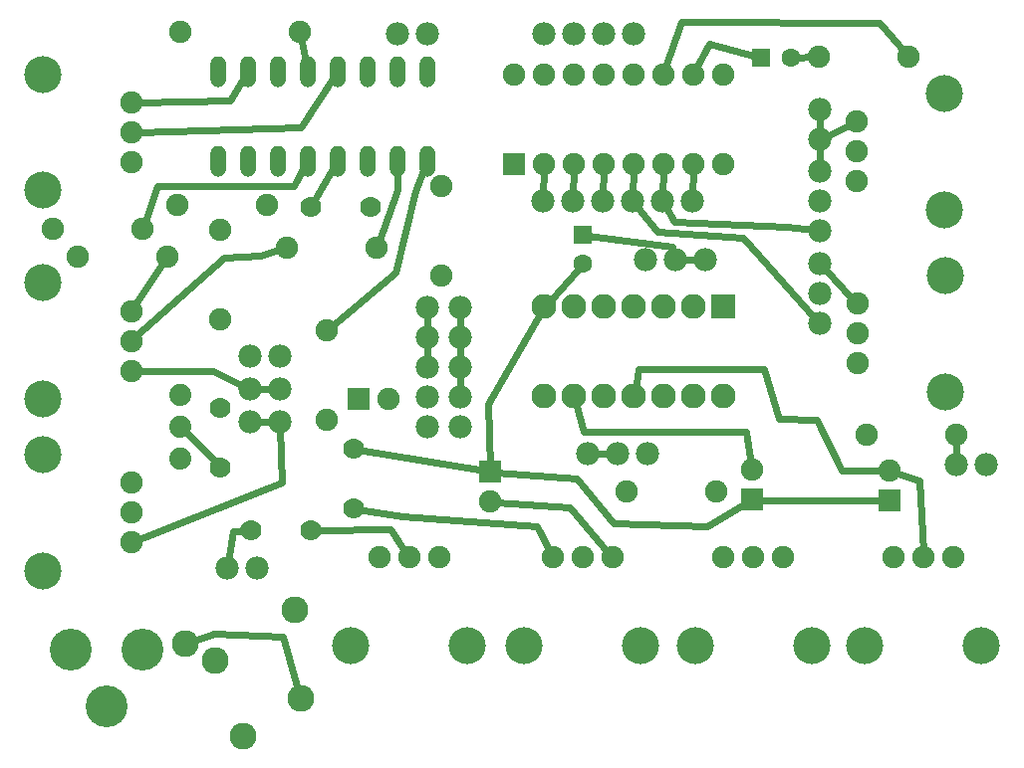
<source format=gbl>
G04 MADE WITH FRITZING*
G04 WWW.FRITZING.ORG*
G04 DOUBLE SIDED*
G04 HOLES PLATED*
G04 CONTOUR ON CENTER OF CONTOUR VECTOR*
%ASAXBY*%
%FSLAX23Y23*%
%MOIN*%
%OFA0B0*%
%SFA1.0B1.0*%
%ADD10C,0.074000*%
%ADD11C,0.078000*%
%ADD12C,0.140000*%
%ADD13C,0.090020*%
%ADD14C,0.070000*%
%ADD15C,0.075000*%
%ADD16C,0.052000*%
%ADD17C,0.083307*%
%ADD18C,0.062992*%
%ADD19C,0.074667*%
%ADD20C,0.074695*%
%ADD21C,0.124033*%
%ADD22R,0.083307X0.083307*%
%ADD23R,0.062992X0.062992*%
%ADD24R,0.075000X0.075000*%
%ADD25C,0.024000*%
%ADD26R,0.001000X0.001000*%
%LNCOPPER0*%
G90*
G70*
G54D10*
X663Y1221D03*
X663Y1114D03*
X663Y1007D03*
G54D11*
X2801Y2176D03*
X2801Y2076D03*
G54D12*
X534Y367D03*
X294Y367D03*
X414Y177D03*
G54D13*
X680Y385D03*
X779Y330D03*
X1045Y499D03*
X1065Y204D03*
X873Y76D03*
G54D14*
X900Y767D03*
X1100Y767D03*
G54D11*
X1489Y1514D03*
X1489Y1414D03*
X1489Y1314D03*
X1489Y1214D03*
X1489Y1114D03*
X1597Y1514D03*
X1597Y1414D03*
X1597Y1314D03*
X1597Y1214D03*
X1597Y1114D03*
G54D15*
X663Y2435D03*
X1063Y2435D03*
X1534Y1918D03*
X1534Y1618D03*
X652Y1855D03*
X952Y1855D03*
X1153Y1437D03*
X1153Y1137D03*
G54D16*
X788Y2003D03*
X888Y2003D03*
X988Y2003D03*
X1088Y2003D03*
X1188Y2003D03*
X1288Y2003D03*
X1388Y2003D03*
X1488Y2003D03*
X1488Y2303D03*
X1388Y2303D03*
X1288Y2303D03*
X1188Y2303D03*
X1088Y2303D03*
X988Y2303D03*
X888Y2303D03*
X788Y2303D03*
G54D17*
X2480Y1515D03*
X2480Y1215D03*
X2380Y1515D03*
X2380Y1215D03*
X2280Y1515D03*
X2280Y1215D03*
X2180Y1515D03*
X2180Y1215D03*
X2080Y1515D03*
X2080Y1215D03*
X1980Y1515D03*
X1980Y1215D03*
X1880Y1515D03*
X1880Y1215D03*
G54D18*
X2008Y1756D03*
X2008Y1658D03*
X2606Y2350D03*
X2704Y2350D03*
G54D15*
X2575Y868D03*
X2575Y968D03*
G54D11*
X2801Y1459D03*
X2801Y1559D03*
X2801Y1659D03*
X1876Y1868D03*
X1976Y1868D03*
X2076Y1868D03*
X2176Y1868D03*
X2276Y1868D03*
X2376Y1868D03*
X3358Y986D03*
X3258Y986D03*
X819Y640D03*
X919Y640D03*
X1388Y2428D03*
X1488Y2428D03*
X2225Y1022D03*
X2125Y1022D03*
X2025Y1022D03*
X2418Y1672D03*
X2318Y1672D03*
X2218Y1672D03*
X995Y1129D03*
X895Y1129D03*
X896Y1348D03*
X996Y1348D03*
X895Y1239D03*
X995Y1239D03*
X2801Y1769D03*
X2801Y1869D03*
X2801Y1969D03*
G54D15*
X2959Y1086D03*
X3259Y1086D03*
X1778Y1993D03*
X1778Y2293D03*
X1878Y1993D03*
X1878Y2293D03*
X1978Y1993D03*
X1978Y2293D03*
X2078Y1993D03*
X2078Y2293D03*
X2178Y1993D03*
X2178Y2293D03*
X2278Y1993D03*
X2278Y2293D03*
X2378Y1993D03*
X2378Y2293D03*
X2478Y1993D03*
X2478Y2293D03*
G54D19*
X2680Y677D03*
X2580Y677D03*
G54D20*
X2480Y677D03*
G54D21*
X2774Y381D03*
X2386Y381D03*
G54D19*
X3247Y677D03*
X3147Y677D03*
G54D20*
X3047Y677D03*
G54D21*
X3342Y381D03*
X2953Y381D03*
G54D19*
X2924Y2135D03*
X2924Y2035D03*
G54D20*
X2924Y1935D03*
G54D21*
X3219Y2229D03*
X3219Y1841D03*
G54D19*
X2927Y1525D03*
X2927Y1425D03*
G54D20*
X2927Y1325D03*
G54D21*
X3222Y1619D03*
X3222Y1230D03*
G54D19*
X2107Y677D03*
X2007Y677D03*
G54D20*
X1907Y677D03*
G54D21*
X2201Y381D03*
X1813Y381D03*
G54D19*
X497Y1301D03*
X497Y1401D03*
G54D20*
X497Y1501D03*
G54D21*
X202Y1207D03*
X202Y1595D03*
G54D19*
X1528Y677D03*
X1428Y677D03*
G54D20*
X1328Y677D03*
G54D21*
X1622Y381D03*
X1233Y381D03*
G54D19*
X497Y726D03*
X497Y826D03*
G54D20*
X497Y926D03*
G54D21*
X202Y631D03*
X202Y1020D03*
G54D15*
X3034Y865D03*
X3034Y965D03*
X1699Y962D03*
X1699Y862D03*
X535Y1776D03*
X235Y1776D03*
X620Y1683D03*
X320Y1683D03*
X2454Y895D03*
X2154Y895D03*
X1257Y1205D03*
X1357Y1205D03*
X1318Y1714D03*
X1018Y1714D03*
X796Y1774D03*
X796Y1474D03*
X3099Y2353D03*
X2799Y2353D03*
G54D14*
X1099Y1850D03*
X1299Y1850D03*
G54D19*
X497Y1999D03*
X497Y2099D03*
G54D20*
X497Y2199D03*
G54D21*
X202Y1905D03*
X202Y2294D03*
G54D14*
X796Y1177D03*
X796Y977D03*
X1241Y1040D03*
X1241Y840D03*
G54D11*
X1878Y2428D03*
X1978Y2428D03*
X2078Y2428D03*
X2178Y2428D03*
G54D22*
X2480Y1515D03*
G54D23*
X2008Y1756D03*
X2606Y2350D03*
G54D24*
X2575Y868D03*
X1778Y1993D03*
X3034Y865D03*
X1699Y962D03*
X1257Y1205D03*
G54D25*
X838Y763D02*
X822Y658D01*
D02*
X885Y766D02*
X838Y763D01*
D02*
X1365Y769D02*
X1416Y694D01*
D02*
X1691Y1188D02*
X1699Y980D01*
D02*
X2720Y2350D02*
X2782Y2352D01*
D02*
X3259Y1068D02*
X3258Y1005D01*
D02*
X1489Y1395D02*
X1489Y1333D01*
D02*
X1489Y1495D02*
X1489Y1433D01*
D02*
X1597Y1295D02*
X1597Y1233D01*
D02*
X1597Y1395D02*
X1597Y1333D01*
D02*
X1597Y1495D02*
X1597Y1433D01*
D02*
X1876Y1887D02*
X1877Y1976D01*
D02*
X2044Y1022D02*
X2106Y1022D01*
D02*
X879Y2290D02*
X827Y2207D01*
D02*
X827Y2207D02*
X518Y2200D01*
D02*
X2376Y1887D02*
X2377Y1976D01*
D02*
X1976Y1887D02*
X1977Y1976D01*
D02*
X2337Y1672D02*
X2399Y1672D01*
D02*
X2801Y2095D02*
X2801Y2157D01*
D02*
X2801Y1988D02*
X2801Y2057D01*
D02*
X2905Y2126D02*
X2818Y2084D01*
D02*
X1106Y1863D02*
X1180Y1989D01*
D02*
X976Y1239D02*
X914Y1239D01*
D02*
X1324Y1731D02*
X1389Y1906D01*
D02*
X1115Y767D02*
X1365Y769D01*
D02*
X2176Y1887D02*
X2177Y1976D01*
D02*
X3051Y960D02*
X3135Y932D01*
D02*
X2184Y1236D02*
X2196Y1305D01*
D02*
X2196Y1305D02*
X2614Y1305D01*
D02*
X2665Y1140D02*
X2793Y1135D01*
D02*
X2614Y1305D02*
X2665Y1140D01*
D02*
X2793Y1135D02*
X2874Y966D01*
D02*
X2874Y966D02*
X3017Y965D01*
D02*
X976Y1129D02*
X914Y1129D01*
D02*
X2277Y1976D02*
X2276Y1887D01*
D02*
X2913Y1540D02*
X2814Y1646D01*
D02*
X2077Y1976D02*
X2076Y1887D01*
D02*
X1682Y965D02*
X1255Y1037D01*
D02*
X610Y1668D02*
X509Y1518D01*
D02*
X1869Y1496D02*
X1691Y1188D01*
D02*
X1998Y1646D02*
X1894Y1531D01*
D02*
X1179Y2290D02*
X1066Y2116D01*
D02*
X1066Y2116D02*
X518Y2100D01*
D02*
X3088Y2366D02*
X3002Y2466D01*
D02*
X3002Y2466D02*
X2338Y2471D01*
D02*
X2338Y2471D02*
X2283Y2310D01*
D02*
X2559Y859D02*
X2426Y781D01*
D02*
X2426Y781D02*
X2112Y790D01*
D02*
X2112Y790D02*
X1987Y940D01*
D02*
X1987Y940D02*
X1717Y961D01*
D02*
X585Y1918D02*
X541Y1793D01*
D02*
X1041Y1918D02*
X585Y1918D01*
D02*
X1080Y1989D02*
X1041Y1918D01*
D02*
X2307Y1716D02*
X2314Y1690D01*
D02*
X2024Y1754D02*
X2307Y1716D01*
D02*
X1450Y1903D02*
X1482Y1988D01*
D02*
X1381Y1631D02*
X1450Y1903D01*
D02*
X1167Y1449D02*
X1381Y1631D01*
D02*
X2013Y1095D02*
X1986Y1194D01*
D02*
X2572Y985D02*
X2554Y1095D01*
D02*
X2554Y1095D02*
X2013Y1095D01*
D02*
X1002Y926D02*
X995Y1110D01*
D02*
X516Y733D02*
X1002Y926D01*
D02*
X1066Y2418D02*
X1085Y2319D01*
D02*
X807Y1680D02*
X512Y1415D01*
D02*
X927Y1685D02*
X807Y1680D01*
D02*
X1001Y1709D02*
X927Y1685D01*
D02*
X771Y1299D02*
X877Y1247D01*
D02*
X518Y1301D02*
X771Y1299D01*
D02*
X1717Y861D02*
X1965Y843D01*
D02*
X1965Y843D02*
X2093Y692D01*
D02*
X3017Y865D02*
X2592Y867D01*
D02*
X2260Y1767D02*
X2188Y1854D01*
D02*
X2546Y1747D02*
X2260Y1767D01*
D02*
X2788Y1474D02*
X2546Y1747D01*
D02*
X3135Y932D02*
X3147Y697D01*
D02*
X1854Y781D02*
X1406Y814D01*
D02*
X1406Y814D02*
X1255Y837D01*
D02*
X1897Y695D02*
X1854Y781D01*
D02*
X2314Y1798D02*
X2285Y1852D01*
D02*
X2691Y1782D02*
X2314Y1798D01*
D02*
X2782Y1772D02*
X2691Y1782D01*
D02*
X1389Y1906D02*
X1388Y1987D01*
D02*
X774Y421D02*
X1005Y410D01*
D02*
X1005Y410D02*
X1056Y233D01*
D02*
X708Y396D02*
X774Y421D01*
D02*
X677Y1099D02*
X785Y988D01*
D02*
X2431Y2395D02*
X2386Y2309D01*
D02*
X2591Y2354D02*
X2431Y2395D01*
G54D26*
X783Y2354D02*
X794Y2354D01*
X883Y2354D02*
X894Y2354D01*
X983Y2354D02*
X994Y2354D01*
X1083Y2354D02*
X1094Y2354D01*
X1183Y2354D02*
X1194Y2354D01*
X1283Y2354D02*
X1294Y2354D01*
X1383Y2354D02*
X1394Y2354D01*
X1483Y2354D02*
X1494Y2354D01*
X780Y2353D02*
X797Y2353D01*
X880Y2353D02*
X897Y2353D01*
X980Y2353D02*
X997Y2353D01*
X1080Y2353D02*
X1097Y2353D01*
X1180Y2353D02*
X1197Y2353D01*
X1280Y2353D02*
X1297Y2353D01*
X1380Y2353D02*
X1397Y2353D01*
X1480Y2353D02*
X1497Y2353D01*
X778Y2352D02*
X799Y2352D01*
X878Y2352D02*
X899Y2352D01*
X978Y2352D02*
X999Y2352D01*
X1078Y2352D02*
X1099Y2352D01*
X1178Y2352D02*
X1199Y2352D01*
X1278Y2352D02*
X1299Y2352D01*
X1378Y2352D02*
X1399Y2352D01*
X1478Y2352D02*
X1499Y2352D01*
X776Y2351D02*
X801Y2351D01*
X876Y2351D02*
X901Y2351D01*
X976Y2351D02*
X1001Y2351D01*
X1076Y2351D02*
X1101Y2351D01*
X1176Y2351D02*
X1201Y2351D01*
X1276Y2351D02*
X1301Y2351D01*
X1376Y2351D02*
X1401Y2351D01*
X1476Y2351D02*
X1501Y2351D01*
X774Y2350D02*
X803Y2350D01*
X874Y2350D02*
X903Y2350D01*
X974Y2350D02*
X1003Y2350D01*
X1074Y2350D02*
X1103Y2350D01*
X1174Y2350D02*
X1203Y2350D01*
X1274Y2350D02*
X1303Y2350D01*
X1374Y2350D02*
X1403Y2350D01*
X1474Y2350D02*
X1503Y2350D01*
X773Y2349D02*
X804Y2349D01*
X873Y2349D02*
X904Y2349D01*
X973Y2349D02*
X1004Y2349D01*
X1073Y2349D02*
X1104Y2349D01*
X1173Y2349D02*
X1204Y2349D01*
X1273Y2349D02*
X1304Y2349D01*
X1373Y2349D02*
X1404Y2349D01*
X1473Y2349D02*
X1504Y2349D01*
X772Y2348D02*
X805Y2348D01*
X872Y2348D02*
X905Y2348D01*
X972Y2348D02*
X1005Y2348D01*
X1072Y2348D02*
X1105Y2348D01*
X1172Y2348D02*
X1205Y2348D01*
X1272Y2348D02*
X1305Y2348D01*
X1372Y2348D02*
X1405Y2348D01*
X1472Y2348D02*
X1505Y2348D01*
X771Y2347D02*
X806Y2347D01*
X871Y2347D02*
X906Y2347D01*
X971Y2347D02*
X1006Y2347D01*
X1071Y2347D02*
X1106Y2347D01*
X1171Y2347D02*
X1206Y2347D01*
X1271Y2347D02*
X1306Y2347D01*
X1370Y2347D02*
X1406Y2347D01*
X1470Y2347D02*
X1506Y2347D01*
X770Y2346D02*
X807Y2346D01*
X870Y2346D02*
X907Y2346D01*
X970Y2346D02*
X1007Y2346D01*
X1070Y2346D02*
X1107Y2346D01*
X1170Y2346D02*
X1207Y2346D01*
X1270Y2346D02*
X1307Y2346D01*
X1370Y2346D02*
X1407Y2346D01*
X1470Y2346D02*
X1507Y2346D01*
X769Y2345D02*
X808Y2345D01*
X869Y2345D02*
X908Y2345D01*
X969Y2345D02*
X1008Y2345D01*
X1069Y2345D02*
X1108Y2345D01*
X1169Y2345D02*
X1208Y2345D01*
X1269Y2345D02*
X1308Y2345D01*
X1369Y2345D02*
X1408Y2345D01*
X1469Y2345D02*
X1508Y2345D01*
X768Y2344D02*
X809Y2344D01*
X868Y2344D02*
X909Y2344D01*
X968Y2344D02*
X1009Y2344D01*
X1068Y2344D02*
X1109Y2344D01*
X1168Y2344D02*
X1209Y2344D01*
X1268Y2344D02*
X1309Y2344D01*
X1368Y2344D02*
X1409Y2344D01*
X1468Y2344D02*
X1509Y2344D01*
X767Y2343D02*
X810Y2343D01*
X867Y2343D02*
X910Y2343D01*
X967Y2343D02*
X1010Y2343D01*
X1067Y2343D02*
X1110Y2343D01*
X1167Y2343D02*
X1210Y2343D01*
X1267Y2343D02*
X1310Y2343D01*
X1367Y2343D02*
X1410Y2343D01*
X1467Y2343D02*
X1510Y2343D01*
X767Y2342D02*
X810Y2342D01*
X867Y2342D02*
X910Y2342D01*
X967Y2342D02*
X1010Y2342D01*
X1067Y2342D02*
X1110Y2342D01*
X1167Y2342D02*
X1210Y2342D01*
X1267Y2342D02*
X1310Y2342D01*
X1367Y2342D02*
X1410Y2342D01*
X1467Y2342D02*
X1510Y2342D01*
X766Y2341D02*
X811Y2341D01*
X866Y2341D02*
X911Y2341D01*
X966Y2341D02*
X1011Y2341D01*
X1066Y2341D02*
X1111Y2341D01*
X1166Y2341D02*
X1211Y2341D01*
X1266Y2341D02*
X1311Y2341D01*
X1366Y2341D02*
X1411Y2341D01*
X1466Y2341D02*
X1511Y2341D01*
X766Y2340D02*
X811Y2340D01*
X866Y2340D02*
X911Y2340D01*
X966Y2340D02*
X1011Y2340D01*
X1066Y2340D02*
X1111Y2340D01*
X1166Y2340D02*
X1211Y2340D01*
X1266Y2340D02*
X1311Y2340D01*
X1366Y2340D02*
X1411Y2340D01*
X1466Y2340D02*
X1511Y2340D01*
X765Y2339D02*
X812Y2339D01*
X865Y2339D02*
X912Y2339D01*
X965Y2339D02*
X1012Y2339D01*
X1065Y2339D02*
X1112Y2339D01*
X1165Y2339D02*
X1212Y2339D01*
X1265Y2339D02*
X1312Y2339D01*
X1365Y2339D02*
X1412Y2339D01*
X1465Y2339D02*
X1512Y2339D01*
X765Y2338D02*
X812Y2338D01*
X865Y2338D02*
X912Y2338D01*
X965Y2338D02*
X1012Y2338D01*
X1065Y2338D02*
X1112Y2338D01*
X1165Y2338D02*
X1212Y2338D01*
X1265Y2338D02*
X1312Y2338D01*
X1365Y2338D02*
X1412Y2338D01*
X1465Y2338D02*
X1512Y2338D01*
X764Y2337D02*
X813Y2337D01*
X864Y2337D02*
X913Y2337D01*
X964Y2337D02*
X1013Y2337D01*
X1064Y2337D02*
X1113Y2337D01*
X1164Y2337D02*
X1213Y2337D01*
X1264Y2337D02*
X1313Y2337D01*
X1364Y2337D02*
X1413Y2337D01*
X1464Y2337D02*
X1513Y2337D01*
X764Y2336D02*
X813Y2336D01*
X864Y2336D02*
X913Y2336D01*
X964Y2336D02*
X1013Y2336D01*
X1064Y2336D02*
X1113Y2336D01*
X1164Y2336D02*
X1213Y2336D01*
X1264Y2336D02*
X1313Y2336D01*
X1364Y2336D02*
X1413Y2336D01*
X1464Y2336D02*
X1513Y2336D01*
X764Y2335D02*
X813Y2335D01*
X864Y2335D02*
X913Y2335D01*
X964Y2335D02*
X1013Y2335D01*
X1064Y2335D02*
X1113Y2335D01*
X1164Y2335D02*
X1213Y2335D01*
X1264Y2335D02*
X1313Y2335D01*
X1364Y2335D02*
X1413Y2335D01*
X1464Y2335D02*
X1513Y2335D01*
X764Y2334D02*
X813Y2334D01*
X864Y2334D02*
X913Y2334D01*
X964Y2334D02*
X1013Y2334D01*
X1064Y2334D02*
X1113Y2334D01*
X1164Y2334D02*
X1213Y2334D01*
X1264Y2334D02*
X1313Y2334D01*
X1363Y2334D02*
X1413Y2334D01*
X1463Y2334D02*
X1513Y2334D01*
X763Y2333D02*
X814Y2333D01*
X863Y2333D02*
X914Y2333D01*
X963Y2333D02*
X1014Y2333D01*
X1063Y2333D02*
X1114Y2333D01*
X1163Y2333D02*
X1214Y2333D01*
X1263Y2333D02*
X1314Y2333D01*
X1363Y2333D02*
X1414Y2333D01*
X1463Y2333D02*
X1514Y2333D01*
X763Y2332D02*
X814Y2332D01*
X863Y2332D02*
X914Y2332D01*
X963Y2332D02*
X1014Y2332D01*
X1063Y2332D02*
X1114Y2332D01*
X1163Y2332D02*
X1214Y2332D01*
X1263Y2332D02*
X1314Y2332D01*
X1363Y2332D02*
X1414Y2332D01*
X1463Y2332D02*
X1514Y2332D01*
X763Y2331D02*
X814Y2331D01*
X863Y2331D02*
X914Y2331D01*
X963Y2331D02*
X1014Y2331D01*
X1063Y2331D02*
X1114Y2331D01*
X1163Y2331D02*
X1214Y2331D01*
X1263Y2331D02*
X1314Y2331D01*
X1363Y2331D02*
X1414Y2331D01*
X1463Y2331D02*
X1514Y2331D01*
X763Y2330D02*
X814Y2330D01*
X863Y2330D02*
X914Y2330D01*
X963Y2330D02*
X1014Y2330D01*
X1063Y2330D02*
X1114Y2330D01*
X1163Y2330D02*
X1214Y2330D01*
X1263Y2330D02*
X1314Y2330D01*
X1363Y2330D02*
X1414Y2330D01*
X1463Y2330D02*
X1514Y2330D01*
X763Y2329D02*
X814Y2329D01*
X863Y2329D02*
X914Y2329D01*
X963Y2329D02*
X1014Y2329D01*
X1063Y2329D02*
X1114Y2329D01*
X1163Y2329D02*
X1214Y2329D01*
X1263Y2329D02*
X1314Y2329D01*
X1363Y2329D02*
X1414Y2329D01*
X1463Y2329D02*
X1514Y2329D01*
X763Y2328D02*
X814Y2328D01*
X863Y2328D02*
X914Y2328D01*
X963Y2328D02*
X1014Y2328D01*
X1063Y2328D02*
X1114Y2328D01*
X1163Y2328D02*
X1214Y2328D01*
X1263Y2328D02*
X1314Y2328D01*
X1363Y2328D02*
X1414Y2328D01*
X1463Y2328D02*
X1514Y2328D01*
X763Y2327D02*
X814Y2327D01*
X863Y2327D02*
X914Y2327D01*
X963Y2327D02*
X1014Y2327D01*
X1063Y2327D02*
X1114Y2327D01*
X1163Y2327D02*
X1214Y2327D01*
X1263Y2327D02*
X1314Y2327D01*
X1363Y2327D02*
X1414Y2327D01*
X1463Y2327D02*
X1514Y2327D01*
X763Y2326D02*
X814Y2326D01*
X863Y2326D02*
X914Y2326D01*
X963Y2326D02*
X1014Y2326D01*
X1063Y2326D02*
X1114Y2326D01*
X1163Y2326D02*
X1214Y2326D01*
X1263Y2326D02*
X1314Y2326D01*
X1363Y2326D02*
X1414Y2326D01*
X1463Y2326D02*
X1514Y2326D01*
X763Y2325D02*
X814Y2325D01*
X863Y2325D02*
X914Y2325D01*
X963Y2325D02*
X1014Y2325D01*
X1063Y2325D02*
X1114Y2325D01*
X1163Y2325D02*
X1214Y2325D01*
X1263Y2325D02*
X1314Y2325D01*
X1363Y2325D02*
X1414Y2325D01*
X1463Y2325D02*
X1514Y2325D01*
X763Y2324D02*
X814Y2324D01*
X863Y2324D02*
X914Y2324D01*
X963Y2324D02*
X1014Y2324D01*
X1063Y2324D02*
X1114Y2324D01*
X1163Y2324D02*
X1214Y2324D01*
X1263Y2324D02*
X1314Y2324D01*
X1363Y2324D02*
X1414Y2324D01*
X1463Y2324D02*
X1514Y2324D01*
X763Y2323D02*
X814Y2323D01*
X863Y2323D02*
X914Y2323D01*
X963Y2323D02*
X1014Y2323D01*
X1063Y2323D02*
X1114Y2323D01*
X1163Y2323D02*
X1214Y2323D01*
X1263Y2323D02*
X1314Y2323D01*
X1363Y2323D02*
X1414Y2323D01*
X1463Y2323D02*
X1514Y2323D01*
X763Y2322D02*
X814Y2322D01*
X863Y2322D02*
X914Y2322D01*
X963Y2322D02*
X1014Y2322D01*
X1063Y2322D02*
X1114Y2322D01*
X1163Y2322D02*
X1214Y2322D01*
X1263Y2322D02*
X1314Y2322D01*
X1363Y2322D02*
X1414Y2322D01*
X1463Y2322D02*
X1514Y2322D01*
X763Y2321D02*
X814Y2321D01*
X863Y2321D02*
X914Y2321D01*
X963Y2321D02*
X1014Y2321D01*
X1063Y2321D02*
X1114Y2321D01*
X1163Y2321D02*
X1214Y2321D01*
X1263Y2321D02*
X1314Y2321D01*
X1363Y2321D02*
X1414Y2321D01*
X1463Y2321D02*
X1514Y2321D01*
X763Y2320D02*
X814Y2320D01*
X863Y2320D02*
X914Y2320D01*
X963Y2320D02*
X1014Y2320D01*
X1063Y2320D02*
X1114Y2320D01*
X1163Y2320D02*
X1214Y2320D01*
X1263Y2320D02*
X1314Y2320D01*
X1363Y2320D02*
X1414Y2320D01*
X1463Y2320D02*
X1514Y2320D01*
X763Y2319D02*
X814Y2319D01*
X863Y2319D02*
X914Y2319D01*
X963Y2319D02*
X1014Y2319D01*
X1063Y2319D02*
X1114Y2319D01*
X1163Y2319D02*
X1214Y2319D01*
X1263Y2319D02*
X1314Y2319D01*
X1363Y2319D02*
X1414Y2319D01*
X1463Y2319D02*
X1514Y2319D01*
X763Y2318D02*
X783Y2318D01*
X794Y2318D02*
X814Y2318D01*
X863Y2318D02*
X883Y2318D01*
X894Y2318D02*
X914Y2318D01*
X963Y2318D02*
X983Y2318D01*
X994Y2318D02*
X1014Y2318D01*
X1063Y2318D02*
X1083Y2318D01*
X1094Y2318D02*
X1114Y2318D01*
X1163Y2318D02*
X1183Y2318D01*
X1194Y2318D02*
X1214Y2318D01*
X1263Y2318D02*
X1283Y2318D01*
X1293Y2318D02*
X1314Y2318D01*
X1363Y2318D02*
X1383Y2318D01*
X1393Y2318D02*
X1414Y2318D01*
X1463Y2318D02*
X1483Y2318D01*
X1493Y2318D02*
X1514Y2318D01*
X763Y2317D02*
X781Y2317D01*
X796Y2317D02*
X814Y2317D01*
X863Y2317D02*
X881Y2317D01*
X896Y2317D02*
X914Y2317D01*
X963Y2317D02*
X981Y2317D01*
X996Y2317D02*
X1014Y2317D01*
X1063Y2317D02*
X1081Y2317D01*
X1096Y2317D02*
X1114Y2317D01*
X1163Y2317D02*
X1181Y2317D01*
X1196Y2317D02*
X1214Y2317D01*
X1263Y2317D02*
X1281Y2317D01*
X1296Y2317D02*
X1314Y2317D01*
X1363Y2317D02*
X1381Y2317D01*
X1396Y2317D02*
X1414Y2317D01*
X1463Y2317D02*
X1481Y2317D01*
X1496Y2317D02*
X1514Y2317D01*
X763Y2316D02*
X779Y2316D01*
X798Y2316D02*
X814Y2316D01*
X863Y2316D02*
X879Y2316D01*
X898Y2316D02*
X914Y2316D01*
X963Y2316D02*
X979Y2316D01*
X998Y2316D02*
X1014Y2316D01*
X1063Y2316D02*
X1079Y2316D01*
X1098Y2316D02*
X1114Y2316D01*
X1163Y2316D02*
X1179Y2316D01*
X1198Y2316D02*
X1214Y2316D01*
X1263Y2316D02*
X1279Y2316D01*
X1298Y2316D02*
X1314Y2316D01*
X1363Y2316D02*
X1379Y2316D01*
X1398Y2316D02*
X1414Y2316D01*
X1463Y2316D02*
X1479Y2316D01*
X1498Y2316D02*
X1514Y2316D01*
X763Y2315D02*
X778Y2315D01*
X799Y2315D02*
X814Y2315D01*
X863Y2315D02*
X878Y2315D01*
X899Y2315D02*
X914Y2315D01*
X963Y2315D02*
X978Y2315D01*
X999Y2315D02*
X1014Y2315D01*
X1063Y2315D02*
X1078Y2315D01*
X1099Y2315D02*
X1114Y2315D01*
X1163Y2315D02*
X1178Y2315D01*
X1199Y2315D02*
X1214Y2315D01*
X1263Y2315D02*
X1278Y2315D01*
X1299Y2315D02*
X1314Y2315D01*
X1363Y2315D02*
X1378Y2315D01*
X1399Y2315D02*
X1414Y2315D01*
X1463Y2315D02*
X1478Y2315D01*
X1499Y2315D02*
X1514Y2315D01*
X763Y2314D02*
X777Y2314D01*
X800Y2314D02*
X814Y2314D01*
X863Y2314D02*
X877Y2314D01*
X900Y2314D02*
X914Y2314D01*
X963Y2314D02*
X977Y2314D01*
X1000Y2314D02*
X1014Y2314D01*
X1063Y2314D02*
X1077Y2314D01*
X1100Y2314D02*
X1114Y2314D01*
X1163Y2314D02*
X1177Y2314D01*
X1200Y2314D02*
X1214Y2314D01*
X1263Y2314D02*
X1277Y2314D01*
X1300Y2314D02*
X1314Y2314D01*
X1363Y2314D02*
X1377Y2314D01*
X1400Y2314D02*
X1414Y2314D01*
X1463Y2314D02*
X1477Y2314D01*
X1500Y2314D02*
X1514Y2314D01*
X763Y2313D02*
X776Y2313D01*
X801Y2313D02*
X814Y2313D01*
X863Y2313D02*
X876Y2313D01*
X901Y2313D02*
X914Y2313D01*
X963Y2313D02*
X976Y2313D01*
X1001Y2313D02*
X1014Y2313D01*
X1063Y2313D02*
X1076Y2313D01*
X1101Y2313D02*
X1114Y2313D01*
X1163Y2313D02*
X1176Y2313D01*
X1201Y2313D02*
X1214Y2313D01*
X1263Y2313D02*
X1276Y2313D01*
X1301Y2313D02*
X1314Y2313D01*
X1363Y2313D02*
X1376Y2313D01*
X1401Y2313D02*
X1414Y2313D01*
X1463Y2313D02*
X1476Y2313D01*
X1501Y2313D02*
X1514Y2313D01*
X763Y2312D02*
X775Y2312D01*
X802Y2312D02*
X814Y2312D01*
X863Y2312D02*
X875Y2312D01*
X902Y2312D02*
X914Y2312D01*
X963Y2312D02*
X975Y2312D01*
X1002Y2312D02*
X1014Y2312D01*
X1063Y2312D02*
X1075Y2312D01*
X1102Y2312D02*
X1114Y2312D01*
X1163Y2312D02*
X1175Y2312D01*
X1202Y2312D02*
X1214Y2312D01*
X1263Y2312D02*
X1275Y2312D01*
X1302Y2312D02*
X1314Y2312D01*
X1363Y2312D02*
X1375Y2312D01*
X1402Y2312D02*
X1414Y2312D01*
X1463Y2312D02*
X1475Y2312D01*
X1502Y2312D02*
X1514Y2312D01*
X763Y2311D02*
X774Y2311D01*
X803Y2311D02*
X814Y2311D01*
X863Y2311D02*
X874Y2311D01*
X903Y2311D02*
X914Y2311D01*
X963Y2311D02*
X974Y2311D01*
X1003Y2311D02*
X1014Y2311D01*
X1063Y2311D02*
X1074Y2311D01*
X1103Y2311D02*
X1114Y2311D01*
X1163Y2311D02*
X1174Y2311D01*
X1203Y2311D02*
X1214Y2311D01*
X1263Y2311D02*
X1274Y2311D01*
X1303Y2311D02*
X1314Y2311D01*
X1363Y2311D02*
X1374Y2311D01*
X1403Y2311D02*
X1414Y2311D01*
X1463Y2311D02*
X1474Y2311D01*
X1503Y2311D02*
X1514Y2311D01*
X763Y2310D02*
X774Y2310D01*
X803Y2310D02*
X814Y2310D01*
X863Y2310D02*
X874Y2310D01*
X903Y2310D02*
X914Y2310D01*
X963Y2310D02*
X974Y2310D01*
X1003Y2310D02*
X1014Y2310D01*
X1063Y2310D02*
X1074Y2310D01*
X1103Y2310D02*
X1114Y2310D01*
X1163Y2310D02*
X1174Y2310D01*
X1203Y2310D02*
X1214Y2310D01*
X1263Y2310D02*
X1274Y2310D01*
X1303Y2310D02*
X1314Y2310D01*
X1363Y2310D02*
X1374Y2310D01*
X1403Y2310D02*
X1414Y2310D01*
X1463Y2310D02*
X1474Y2310D01*
X1503Y2310D02*
X1514Y2310D01*
X763Y2309D02*
X773Y2309D01*
X804Y2309D02*
X814Y2309D01*
X863Y2309D02*
X873Y2309D01*
X904Y2309D02*
X914Y2309D01*
X963Y2309D02*
X973Y2309D01*
X1004Y2309D02*
X1014Y2309D01*
X1063Y2309D02*
X1073Y2309D01*
X1104Y2309D02*
X1114Y2309D01*
X1163Y2309D02*
X1173Y2309D01*
X1204Y2309D02*
X1214Y2309D01*
X1263Y2309D02*
X1273Y2309D01*
X1304Y2309D02*
X1314Y2309D01*
X1363Y2309D02*
X1373Y2309D01*
X1404Y2309D02*
X1414Y2309D01*
X1463Y2309D02*
X1473Y2309D01*
X1504Y2309D02*
X1514Y2309D01*
X763Y2308D02*
X773Y2308D01*
X804Y2308D02*
X814Y2308D01*
X863Y2308D02*
X873Y2308D01*
X904Y2308D02*
X914Y2308D01*
X963Y2308D02*
X973Y2308D01*
X1004Y2308D02*
X1014Y2308D01*
X1063Y2308D02*
X1073Y2308D01*
X1104Y2308D02*
X1114Y2308D01*
X1163Y2308D02*
X1173Y2308D01*
X1204Y2308D02*
X1214Y2308D01*
X1263Y2308D02*
X1273Y2308D01*
X1304Y2308D02*
X1314Y2308D01*
X1363Y2308D02*
X1373Y2308D01*
X1404Y2308D02*
X1414Y2308D01*
X1463Y2308D02*
X1473Y2308D01*
X1504Y2308D02*
X1514Y2308D01*
X763Y2307D02*
X773Y2307D01*
X804Y2307D02*
X814Y2307D01*
X863Y2307D02*
X873Y2307D01*
X904Y2307D02*
X914Y2307D01*
X963Y2307D02*
X973Y2307D01*
X1004Y2307D02*
X1014Y2307D01*
X1063Y2307D02*
X1073Y2307D01*
X1104Y2307D02*
X1114Y2307D01*
X1163Y2307D02*
X1173Y2307D01*
X1204Y2307D02*
X1214Y2307D01*
X1263Y2307D02*
X1273Y2307D01*
X1304Y2307D02*
X1314Y2307D01*
X1363Y2307D02*
X1373Y2307D01*
X1404Y2307D02*
X1414Y2307D01*
X1463Y2307D02*
X1473Y2307D01*
X1504Y2307D02*
X1514Y2307D01*
X763Y2306D02*
X772Y2306D01*
X805Y2306D02*
X814Y2306D01*
X863Y2306D02*
X872Y2306D01*
X905Y2306D02*
X914Y2306D01*
X963Y2306D02*
X972Y2306D01*
X1005Y2306D02*
X1014Y2306D01*
X1063Y2306D02*
X1072Y2306D01*
X1105Y2306D02*
X1114Y2306D01*
X1163Y2306D02*
X1172Y2306D01*
X1205Y2306D02*
X1214Y2306D01*
X1263Y2306D02*
X1272Y2306D01*
X1305Y2306D02*
X1314Y2306D01*
X1363Y2306D02*
X1372Y2306D01*
X1405Y2306D02*
X1414Y2306D01*
X1463Y2306D02*
X1472Y2306D01*
X1505Y2306D02*
X1514Y2306D01*
X763Y2305D02*
X772Y2305D01*
X805Y2305D02*
X814Y2305D01*
X863Y2305D02*
X872Y2305D01*
X905Y2305D02*
X914Y2305D01*
X963Y2305D02*
X972Y2305D01*
X1005Y2305D02*
X1014Y2305D01*
X1063Y2305D02*
X1072Y2305D01*
X1105Y2305D02*
X1114Y2305D01*
X1163Y2305D02*
X1172Y2305D01*
X1205Y2305D02*
X1214Y2305D01*
X1263Y2305D02*
X1272Y2305D01*
X1305Y2305D02*
X1314Y2305D01*
X1363Y2305D02*
X1372Y2305D01*
X1405Y2305D02*
X1414Y2305D01*
X1463Y2305D02*
X1472Y2305D01*
X1505Y2305D02*
X1514Y2305D01*
X763Y2304D02*
X772Y2304D01*
X805Y2304D02*
X814Y2304D01*
X863Y2304D02*
X872Y2304D01*
X905Y2304D02*
X914Y2304D01*
X963Y2304D02*
X972Y2304D01*
X1005Y2304D02*
X1014Y2304D01*
X1063Y2304D02*
X1072Y2304D01*
X1105Y2304D02*
X1114Y2304D01*
X1163Y2304D02*
X1172Y2304D01*
X1205Y2304D02*
X1214Y2304D01*
X1263Y2304D02*
X1272Y2304D01*
X1305Y2304D02*
X1314Y2304D01*
X1363Y2304D02*
X1372Y2304D01*
X1405Y2304D02*
X1414Y2304D01*
X1463Y2304D02*
X1472Y2304D01*
X1505Y2304D02*
X1514Y2304D01*
X763Y2303D02*
X772Y2303D01*
X805Y2303D02*
X814Y2303D01*
X863Y2303D02*
X872Y2303D01*
X905Y2303D02*
X914Y2303D01*
X963Y2303D02*
X972Y2303D01*
X1005Y2303D02*
X1014Y2303D01*
X1063Y2303D02*
X1072Y2303D01*
X1105Y2303D02*
X1114Y2303D01*
X1163Y2303D02*
X1172Y2303D01*
X1205Y2303D02*
X1214Y2303D01*
X1263Y2303D02*
X1272Y2303D01*
X1305Y2303D02*
X1314Y2303D01*
X1363Y2303D02*
X1372Y2303D01*
X1405Y2303D02*
X1414Y2303D01*
X1463Y2303D02*
X1472Y2303D01*
X1505Y2303D02*
X1514Y2303D01*
X763Y2302D02*
X772Y2302D01*
X805Y2302D02*
X814Y2302D01*
X863Y2302D02*
X872Y2302D01*
X905Y2302D02*
X914Y2302D01*
X963Y2302D02*
X972Y2302D01*
X1005Y2302D02*
X1014Y2302D01*
X1063Y2302D02*
X1072Y2302D01*
X1105Y2302D02*
X1114Y2302D01*
X1163Y2302D02*
X1172Y2302D01*
X1205Y2302D02*
X1214Y2302D01*
X1263Y2302D02*
X1272Y2302D01*
X1305Y2302D02*
X1314Y2302D01*
X1363Y2302D02*
X1372Y2302D01*
X1405Y2302D02*
X1414Y2302D01*
X1463Y2302D02*
X1472Y2302D01*
X1505Y2302D02*
X1514Y2302D01*
X763Y2301D02*
X772Y2301D01*
X805Y2301D02*
X814Y2301D01*
X863Y2301D02*
X872Y2301D01*
X905Y2301D02*
X914Y2301D01*
X963Y2301D02*
X972Y2301D01*
X1005Y2301D02*
X1014Y2301D01*
X1063Y2301D02*
X1072Y2301D01*
X1105Y2301D02*
X1114Y2301D01*
X1163Y2301D02*
X1172Y2301D01*
X1205Y2301D02*
X1214Y2301D01*
X1263Y2301D02*
X1272Y2301D01*
X1305Y2301D02*
X1314Y2301D01*
X1363Y2301D02*
X1372Y2301D01*
X1405Y2301D02*
X1414Y2301D01*
X1463Y2301D02*
X1472Y2301D01*
X1505Y2301D02*
X1514Y2301D01*
X763Y2300D02*
X772Y2300D01*
X805Y2300D02*
X814Y2300D01*
X863Y2300D02*
X872Y2300D01*
X905Y2300D02*
X914Y2300D01*
X963Y2300D02*
X972Y2300D01*
X1005Y2300D02*
X1014Y2300D01*
X1063Y2300D02*
X1072Y2300D01*
X1105Y2300D02*
X1114Y2300D01*
X1163Y2300D02*
X1172Y2300D01*
X1205Y2300D02*
X1214Y2300D01*
X1263Y2300D02*
X1272Y2300D01*
X1305Y2300D02*
X1314Y2300D01*
X1363Y2300D02*
X1372Y2300D01*
X1405Y2300D02*
X1414Y2300D01*
X1463Y2300D02*
X1472Y2300D01*
X1505Y2300D02*
X1514Y2300D01*
X763Y2299D02*
X773Y2299D01*
X805Y2299D02*
X814Y2299D01*
X863Y2299D02*
X872Y2299D01*
X905Y2299D02*
X914Y2299D01*
X963Y2299D02*
X972Y2299D01*
X1005Y2299D02*
X1014Y2299D01*
X1063Y2299D02*
X1072Y2299D01*
X1104Y2299D02*
X1114Y2299D01*
X1163Y2299D02*
X1172Y2299D01*
X1204Y2299D02*
X1214Y2299D01*
X1263Y2299D02*
X1272Y2299D01*
X1304Y2299D02*
X1314Y2299D01*
X1363Y2299D02*
X1372Y2299D01*
X1404Y2299D02*
X1414Y2299D01*
X1463Y2299D02*
X1472Y2299D01*
X1504Y2299D02*
X1514Y2299D01*
X763Y2298D02*
X773Y2298D01*
X804Y2298D02*
X814Y2298D01*
X863Y2298D02*
X873Y2298D01*
X904Y2298D02*
X914Y2298D01*
X963Y2298D02*
X973Y2298D01*
X1004Y2298D02*
X1014Y2298D01*
X1063Y2298D02*
X1073Y2298D01*
X1104Y2298D02*
X1114Y2298D01*
X1163Y2298D02*
X1173Y2298D01*
X1204Y2298D02*
X1214Y2298D01*
X1263Y2298D02*
X1273Y2298D01*
X1304Y2298D02*
X1314Y2298D01*
X1363Y2298D02*
X1373Y2298D01*
X1404Y2298D02*
X1414Y2298D01*
X1463Y2298D02*
X1473Y2298D01*
X1504Y2298D02*
X1514Y2298D01*
X763Y2297D02*
X773Y2297D01*
X804Y2297D02*
X814Y2297D01*
X863Y2297D02*
X873Y2297D01*
X904Y2297D02*
X914Y2297D01*
X963Y2297D02*
X973Y2297D01*
X1004Y2297D02*
X1014Y2297D01*
X1063Y2297D02*
X1073Y2297D01*
X1104Y2297D02*
X1114Y2297D01*
X1163Y2297D02*
X1173Y2297D01*
X1204Y2297D02*
X1214Y2297D01*
X1263Y2297D02*
X1273Y2297D01*
X1304Y2297D02*
X1314Y2297D01*
X1363Y2297D02*
X1373Y2297D01*
X1404Y2297D02*
X1414Y2297D01*
X1463Y2297D02*
X1473Y2297D01*
X1504Y2297D02*
X1514Y2297D01*
X763Y2296D02*
X774Y2296D01*
X803Y2296D02*
X814Y2296D01*
X863Y2296D02*
X874Y2296D01*
X903Y2296D02*
X914Y2296D01*
X963Y2296D02*
X974Y2296D01*
X1003Y2296D02*
X1014Y2296D01*
X1063Y2296D02*
X1074Y2296D01*
X1103Y2296D02*
X1114Y2296D01*
X1163Y2296D02*
X1174Y2296D01*
X1203Y2296D02*
X1214Y2296D01*
X1263Y2296D02*
X1274Y2296D01*
X1303Y2296D02*
X1314Y2296D01*
X1363Y2296D02*
X1373Y2296D01*
X1403Y2296D02*
X1414Y2296D01*
X1463Y2296D02*
X1473Y2296D01*
X1503Y2296D02*
X1514Y2296D01*
X763Y2295D02*
X774Y2295D01*
X803Y2295D02*
X814Y2295D01*
X863Y2295D02*
X874Y2295D01*
X903Y2295D02*
X914Y2295D01*
X963Y2295D02*
X974Y2295D01*
X1003Y2295D02*
X1014Y2295D01*
X1063Y2295D02*
X1074Y2295D01*
X1103Y2295D02*
X1114Y2295D01*
X1163Y2295D02*
X1174Y2295D01*
X1203Y2295D02*
X1214Y2295D01*
X1263Y2295D02*
X1274Y2295D01*
X1303Y2295D02*
X1314Y2295D01*
X1363Y2295D02*
X1374Y2295D01*
X1403Y2295D02*
X1414Y2295D01*
X1463Y2295D02*
X1474Y2295D01*
X1503Y2295D02*
X1514Y2295D01*
X763Y2294D02*
X775Y2294D01*
X802Y2294D02*
X814Y2294D01*
X863Y2294D02*
X875Y2294D01*
X902Y2294D02*
X914Y2294D01*
X963Y2294D02*
X975Y2294D01*
X1002Y2294D02*
X1014Y2294D01*
X1063Y2294D02*
X1075Y2294D01*
X1102Y2294D02*
X1114Y2294D01*
X1163Y2294D02*
X1175Y2294D01*
X1202Y2294D02*
X1214Y2294D01*
X1263Y2294D02*
X1275Y2294D01*
X1302Y2294D02*
X1314Y2294D01*
X1363Y2294D02*
X1375Y2294D01*
X1402Y2294D02*
X1414Y2294D01*
X1463Y2294D02*
X1475Y2294D01*
X1502Y2294D02*
X1514Y2294D01*
X763Y2293D02*
X775Y2293D01*
X802Y2293D02*
X814Y2293D01*
X863Y2293D02*
X875Y2293D01*
X902Y2293D02*
X914Y2293D01*
X963Y2293D02*
X975Y2293D01*
X1002Y2293D02*
X1014Y2293D01*
X1063Y2293D02*
X1075Y2293D01*
X1102Y2293D02*
X1114Y2293D01*
X1163Y2293D02*
X1175Y2293D01*
X1202Y2293D02*
X1214Y2293D01*
X1263Y2293D02*
X1275Y2293D01*
X1302Y2293D02*
X1314Y2293D01*
X1363Y2293D02*
X1375Y2293D01*
X1402Y2293D02*
X1414Y2293D01*
X1463Y2293D02*
X1475Y2293D01*
X1502Y2293D02*
X1514Y2293D01*
X763Y2292D02*
X776Y2292D01*
X801Y2292D02*
X814Y2292D01*
X863Y2292D02*
X876Y2292D01*
X901Y2292D02*
X914Y2292D01*
X963Y2292D02*
X976Y2292D01*
X1001Y2292D02*
X1014Y2292D01*
X1063Y2292D02*
X1076Y2292D01*
X1101Y2292D02*
X1114Y2292D01*
X1163Y2292D02*
X1176Y2292D01*
X1201Y2292D02*
X1214Y2292D01*
X1263Y2292D02*
X1276Y2292D01*
X1301Y2292D02*
X1314Y2292D01*
X1363Y2292D02*
X1376Y2292D01*
X1401Y2292D02*
X1414Y2292D01*
X1463Y2292D02*
X1476Y2292D01*
X1501Y2292D02*
X1514Y2292D01*
X763Y2291D02*
X777Y2291D01*
X800Y2291D02*
X814Y2291D01*
X863Y2291D02*
X877Y2291D01*
X900Y2291D02*
X914Y2291D01*
X963Y2291D02*
X977Y2291D01*
X1000Y2291D02*
X1014Y2291D01*
X1063Y2291D02*
X1077Y2291D01*
X1100Y2291D02*
X1114Y2291D01*
X1163Y2291D02*
X1177Y2291D01*
X1200Y2291D02*
X1214Y2291D01*
X1263Y2291D02*
X1277Y2291D01*
X1300Y2291D02*
X1314Y2291D01*
X1363Y2291D02*
X1377Y2291D01*
X1400Y2291D02*
X1414Y2291D01*
X1463Y2291D02*
X1477Y2291D01*
X1500Y2291D02*
X1514Y2291D01*
X763Y2290D02*
X778Y2290D01*
X799Y2290D02*
X814Y2290D01*
X863Y2290D02*
X878Y2290D01*
X899Y2290D02*
X914Y2290D01*
X963Y2290D02*
X978Y2290D01*
X999Y2290D02*
X1014Y2290D01*
X1063Y2290D02*
X1078Y2290D01*
X1099Y2290D02*
X1114Y2290D01*
X1163Y2290D02*
X1178Y2290D01*
X1199Y2290D02*
X1214Y2290D01*
X1263Y2290D02*
X1278Y2290D01*
X1299Y2290D02*
X1314Y2290D01*
X1363Y2290D02*
X1378Y2290D01*
X1399Y2290D02*
X1414Y2290D01*
X1463Y2290D02*
X1478Y2290D01*
X1499Y2290D02*
X1514Y2290D01*
X763Y2289D02*
X780Y2289D01*
X797Y2289D02*
X814Y2289D01*
X863Y2289D02*
X880Y2289D01*
X897Y2289D02*
X914Y2289D01*
X963Y2289D02*
X980Y2289D01*
X997Y2289D02*
X1014Y2289D01*
X1063Y2289D02*
X1080Y2289D01*
X1097Y2289D02*
X1114Y2289D01*
X1163Y2289D02*
X1180Y2289D01*
X1197Y2289D02*
X1214Y2289D01*
X1263Y2289D02*
X1280Y2289D01*
X1297Y2289D02*
X1314Y2289D01*
X1363Y2289D02*
X1380Y2289D01*
X1397Y2289D02*
X1414Y2289D01*
X1463Y2289D02*
X1480Y2289D01*
X1497Y2289D02*
X1514Y2289D01*
X763Y2288D02*
X782Y2288D01*
X795Y2288D02*
X814Y2288D01*
X863Y2288D02*
X882Y2288D01*
X895Y2288D02*
X914Y2288D01*
X963Y2288D02*
X982Y2288D01*
X995Y2288D02*
X1014Y2288D01*
X1063Y2288D02*
X1082Y2288D01*
X1095Y2288D02*
X1114Y2288D01*
X1163Y2288D02*
X1182Y2288D01*
X1195Y2288D02*
X1214Y2288D01*
X1263Y2288D02*
X1282Y2288D01*
X1295Y2288D02*
X1314Y2288D01*
X1363Y2288D02*
X1382Y2288D01*
X1395Y2288D02*
X1414Y2288D01*
X1463Y2288D02*
X1482Y2288D01*
X1495Y2288D02*
X1514Y2288D01*
X763Y2287D02*
X785Y2287D01*
X792Y2287D02*
X814Y2287D01*
X863Y2287D02*
X885Y2287D01*
X892Y2287D02*
X914Y2287D01*
X963Y2287D02*
X985Y2287D01*
X992Y2287D02*
X1014Y2287D01*
X1063Y2287D02*
X1085Y2287D01*
X1092Y2287D02*
X1114Y2287D01*
X1163Y2287D02*
X1185Y2287D01*
X1192Y2287D02*
X1214Y2287D01*
X1263Y2287D02*
X1285Y2287D01*
X1292Y2287D02*
X1314Y2287D01*
X1363Y2287D02*
X1385Y2287D01*
X1392Y2287D02*
X1414Y2287D01*
X1463Y2287D02*
X1485Y2287D01*
X1492Y2287D02*
X1514Y2287D01*
X763Y2286D02*
X814Y2286D01*
X863Y2286D02*
X914Y2286D01*
X963Y2286D02*
X1014Y2286D01*
X1063Y2286D02*
X1114Y2286D01*
X1163Y2286D02*
X1214Y2286D01*
X1263Y2286D02*
X1314Y2286D01*
X1363Y2286D02*
X1414Y2286D01*
X1463Y2286D02*
X1514Y2286D01*
X763Y2285D02*
X814Y2285D01*
X863Y2285D02*
X914Y2285D01*
X963Y2285D02*
X1014Y2285D01*
X1063Y2285D02*
X1114Y2285D01*
X1163Y2285D02*
X1214Y2285D01*
X1263Y2285D02*
X1314Y2285D01*
X1363Y2285D02*
X1414Y2285D01*
X1463Y2285D02*
X1514Y2285D01*
X763Y2284D02*
X814Y2284D01*
X863Y2284D02*
X914Y2284D01*
X963Y2284D02*
X1014Y2284D01*
X1063Y2284D02*
X1114Y2284D01*
X1163Y2284D02*
X1214Y2284D01*
X1263Y2284D02*
X1314Y2284D01*
X1363Y2284D02*
X1414Y2284D01*
X1463Y2284D02*
X1514Y2284D01*
X763Y2283D02*
X814Y2283D01*
X863Y2283D02*
X914Y2283D01*
X963Y2283D02*
X1014Y2283D01*
X1063Y2283D02*
X1114Y2283D01*
X1163Y2283D02*
X1214Y2283D01*
X1263Y2283D02*
X1314Y2283D01*
X1363Y2283D02*
X1414Y2283D01*
X1463Y2283D02*
X1514Y2283D01*
X763Y2282D02*
X814Y2282D01*
X863Y2282D02*
X914Y2282D01*
X963Y2282D02*
X1014Y2282D01*
X1063Y2282D02*
X1114Y2282D01*
X1163Y2282D02*
X1214Y2282D01*
X1263Y2282D02*
X1314Y2282D01*
X1363Y2282D02*
X1414Y2282D01*
X1463Y2282D02*
X1514Y2282D01*
X763Y2281D02*
X814Y2281D01*
X863Y2281D02*
X914Y2281D01*
X963Y2281D02*
X1014Y2281D01*
X1063Y2281D02*
X1114Y2281D01*
X1163Y2281D02*
X1214Y2281D01*
X1263Y2281D02*
X1314Y2281D01*
X1363Y2281D02*
X1414Y2281D01*
X1463Y2281D02*
X1514Y2281D01*
X763Y2280D02*
X814Y2280D01*
X863Y2280D02*
X914Y2280D01*
X963Y2280D02*
X1014Y2280D01*
X1063Y2280D02*
X1114Y2280D01*
X1163Y2280D02*
X1214Y2280D01*
X1263Y2280D02*
X1314Y2280D01*
X1363Y2280D02*
X1414Y2280D01*
X1463Y2280D02*
X1514Y2280D01*
X763Y2279D02*
X814Y2279D01*
X863Y2279D02*
X914Y2279D01*
X963Y2279D02*
X1014Y2279D01*
X1063Y2279D02*
X1114Y2279D01*
X1163Y2279D02*
X1214Y2279D01*
X1263Y2279D02*
X1314Y2279D01*
X1363Y2279D02*
X1414Y2279D01*
X1463Y2279D02*
X1514Y2279D01*
X763Y2278D02*
X814Y2278D01*
X863Y2278D02*
X914Y2278D01*
X963Y2278D02*
X1014Y2278D01*
X1063Y2278D02*
X1114Y2278D01*
X1163Y2278D02*
X1214Y2278D01*
X1263Y2278D02*
X1314Y2278D01*
X1363Y2278D02*
X1414Y2278D01*
X1463Y2278D02*
X1514Y2278D01*
X763Y2277D02*
X814Y2277D01*
X863Y2277D02*
X914Y2277D01*
X963Y2277D02*
X1014Y2277D01*
X1063Y2277D02*
X1114Y2277D01*
X1163Y2277D02*
X1214Y2277D01*
X1263Y2277D02*
X1314Y2277D01*
X1363Y2277D02*
X1414Y2277D01*
X1463Y2277D02*
X1514Y2277D01*
X763Y2276D02*
X814Y2276D01*
X863Y2276D02*
X914Y2276D01*
X963Y2276D02*
X1014Y2276D01*
X1063Y2276D02*
X1114Y2276D01*
X1163Y2276D02*
X1214Y2276D01*
X1263Y2276D02*
X1314Y2276D01*
X1363Y2276D02*
X1414Y2276D01*
X1463Y2276D02*
X1514Y2276D01*
X763Y2275D02*
X814Y2275D01*
X863Y2275D02*
X914Y2275D01*
X963Y2275D02*
X1014Y2275D01*
X1063Y2275D02*
X1114Y2275D01*
X1163Y2275D02*
X1214Y2275D01*
X1263Y2275D02*
X1314Y2275D01*
X1363Y2275D02*
X1414Y2275D01*
X1463Y2275D02*
X1514Y2275D01*
X763Y2274D02*
X814Y2274D01*
X863Y2274D02*
X914Y2274D01*
X963Y2274D02*
X1014Y2274D01*
X1063Y2274D02*
X1114Y2274D01*
X1163Y2274D02*
X1214Y2274D01*
X1263Y2274D02*
X1314Y2274D01*
X1363Y2274D02*
X1414Y2274D01*
X1463Y2274D02*
X1514Y2274D01*
X763Y2273D02*
X814Y2273D01*
X863Y2273D02*
X914Y2273D01*
X963Y2273D02*
X1014Y2273D01*
X1063Y2273D02*
X1114Y2273D01*
X1163Y2273D02*
X1214Y2273D01*
X1263Y2273D02*
X1314Y2273D01*
X1363Y2273D02*
X1414Y2273D01*
X1463Y2273D02*
X1514Y2273D01*
X763Y2272D02*
X814Y2272D01*
X863Y2272D02*
X914Y2272D01*
X963Y2272D02*
X1014Y2272D01*
X1063Y2272D02*
X1114Y2272D01*
X1163Y2272D02*
X1214Y2272D01*
X1263Y2272D02*
X1314Y2272D01*
X1363Y2272D02*
X1413Y2272D01*
X1463Y2272D02*
X1513Y2272D01*
X764Y2271D02*
X813Y2271D01*
X864Y2271D02*
X913Y2271D01*
X964Y2271D02*
X1013Y2271D01*
X1064Y2271D02*
X1113Y2271D01*
X1164Y2271D02*
X1213Y2271D01*
X1264Y2271D02*
X1313Y2271D01*
X1364Y2271D02*
X1413Y2271D01*
X1464Y2271D02*
X1513Y2271D01*
X764Y2270D02*
X813Y2270D01*
X864Y2270D02*
X913Y2270D01*
X964Y2270D02*
X1013Y2270D01*
X1064Y2270D02*
X1113Y2270D01*
X1164Y2270D02*
X1213Y2270D01*
X1264Y2270D02*
X1313Y2270D01*
X1364Y2270D02*
X1413Y2270D01*
X1464Y2270D02*
X1513Y2270D01*
X764Y2269D02*
X813Y2269D01*
X864Y2269D02*
X913Y2269D01*
X964Y2269D02*
X1013Y2269D01*
X1064Y2269D02*
X1113Y2269D01*
X1164Y2269D02*
X1213Y2269D01*
X1264Y2269D02*
X1313Y2269D01*
X1364Y2269D02*
X1413Y2269D01*
X1464Y2269D02*
X1513Y2269D01*
X765Y2268D02*
X812Y2268D01*
X865Y2268D02*
X912Y2268D01*
X965Y2268D02*
X1012Y2268D01*
X1065Y2268D02*
X1112Y2268D01*
X1165Y2268D02*
X1212Y2268D01*
X1265Y2268D02*
X1312Y2268D01*
X1364Y2268D02*
X1412Y2268D01*
X1464Y2268D02*
X1512Y2268D01*
X765Y2267D02*
X812Y2267D01*
X865Y2267D02*
X912Y2267D01*
X965Y2267D02*
X1012Y2267D01*
X1065Y2267D02*
X1112Y2267D01*
X1165Y2267D02*
X1212Y2267D01*
X1265Y2267D02*
X1312Y2267D01*
X1365Y2267D02*
X1412Y2267D01*
X1465Y2267D02*
X1512Y2267D01*
X765Y2266D02*
X812Y2266D01*
X865Y2266D02*
X912Y2266D01*
X965Y2266D02*
X1012Y2266D01*
X1065Y2266D02*
X1112Y2266D01*
X1165Y2266D02*
X1212Y2266D01*
X1265Y2266D02*
X1312Y2266D01*
X1365Y2266D02*
X1412Y2266D01*
X1465Y2266D02*
X1512Y2266D01*
X766Y2265D02*
X811Y2265D01*
X866Y2265D02*
X911Y2265D01*
X966Y2265D02*
X1011Y2265D01*
X1066Y2265D02*
X1111Y2265D01*
X1166Y2265D02*
X1211Y2265D01*
X1266Y2265D02*
X1311Y2265D01*
X1366Y2265D02*
X1411Y2265D01*
X1466Y2265D02*
X1511Y2265D01*
X766Y2264D02*
X811Y2264D01*
X866Y2264D02*
X911Y2264D01*
X966Y2264D02*
X1011Y2264D01*
X1066Y2264D02*
X1111Y2264D01*
X1166Y2264D02*
X1210Y2264D01*
X1266Y2264D02*
X1310Y2264D01*
X1366Y2264D02*
X1410Y2264D01*
X1466Y2264D02*
X1510Y2264D01*
X767Y2263D02*
X810Y2263D01*
X867Y2263D02*
X910Y2263D01*
X967Y2263D02*
X1010Y2263D01*
X1067Y2263D02*
X1110Y2263D01*
X1167Y2263D02*
X1210Y2263D01*
X1267Y2263D02*
X1310Y2263D01*
X1367Y2263D02*
X1410Y2263D01*
X1467Y2263D02*
X1510Y2263D01*
X768Y2262D02*
X809Y2262D01*
X868Y2262D02*
X909Y2262D01*
X968Y2262D02*
X1009Y2262D01*
X1068Y2262D02*
X1109Y2262D01*
X1168Y2262D02*
X1209Y2262D01*
X1268Y2262D02*
X1309Y2262D01*
X1368Y2262D02*
X1409Y2262D01*
X1468Y2262D02*
X1509Y2262D01*
X768Y2261D02*
X809Y2261D01*
X868Y2261D02*
X909Y2261D01*
X968Y2261D02*
X1009Y2261D01*
X1068Y2261D02*
X1109Y2261D01*
X1168Y2261D02*
X1209Y2261D01*
X1268Y2261D02*
X1309Y2261D01*
X1368Y2261D02*
X1409Y2261D01*
X1468Y2261D02*
X1508Y2261D01*
X769Y2260D02*
X808Y2260D01*
X869Y2260D02*
X908Y2260D01*
X969Y2260D02*
X1008Y2260D01*
X1069Y2260D02*
X1108Y2260D01*
X1169Y2260D02*
X1208Y2260D01*
X1269Y2260D02*
X1308Y2260D01*
X1369Y2260D02*
X1408Y2260D01*
X1469Y2260D02*
X1508Y2260D01*
X770Y2259D02*
X807Y2259D01*
X870Y2259D02*
X907Y2259D01*
X970Y2259D02*
X1007Y2259D01*
X1070Y2259D02*
X1107Y2259D01*
X1170Y2259D02*
X1207Y2259D01*
X1270Y2259D02*
X1307Y2259D01*
X1370Y2259D02*
X1407Y2259D01*
X1470Y2259D02*
X1507Y2259D01*
X771Y2258D02*
X806Y2258D01*
X871Y2258D02*
X906Y2258D01*
X971Y2258D02*
X1006Y2258D01*
X1071Y2258D02*
X1106Y2258D01*
X1171Y2258D02*
X1206Y2258D01*
X1271Y2258D02*
X1306Y2258D01*
X1371Y2258D02*
X1406Y2258D01*
X1471Y2258D02*
X1506Y2258D01*
X772Y2257D02*
X805Y2257D01*
X872Y2257D02*
X905Y2257D01*
X972Y2257D02*
X1005Y2257D01*
X1072Y2257D02*
X1105Y2257D01*
X1172Y2257D02*
X1205Y2257D01*
X1272Y2257D02*
X1305Y2257D01*
X1372Y2257D02*
X1405Y2257D01*
X1472Y2257D02*
X1505Y2257D01*
X773Y2256D02*
X804Y2256D01*
X873Y2256D02*
X904Y2256D01*
X973Y2256D02*
X1004Y2256D01*
X1073Y2256D02*
X1103Y2256D01*
X1173Y2256D02*
X1203Y2256D01*
X1273Y2256D02*
X1303Y2256D01*
X1373Y2256D02*
X1403Y2256D01*
X1473Y2256D02*
X1503Y2256D01*
X775Y2255D02*
X802Y2255D01*
X875Y2255D02*
X902Y2255D01*
X975Y2255D02*
X1002Y2255D01*
X1075Y2255D02*
X1102Y2255D01*
X1175Y2255D02*
X1202Y2255D01*
X1275Y2255D02*
X1302Y2255D01*
X1375Y2255D02*
X1402Y2255D01*
X1475Y2255D02*
X1502Y2255D01*
X777Y2254D02*
X800Y2254D01*
X877Y2254D02*
X900Y2254D01*
X977Y2254D02*
X1000Y2254D01*
X1077Y2254D02*
X1100Y2254D01*
X1177Y2254D02*
X1200Y2254D01*
X1277Y2254D02*
X1300Y2254D01*
X1377Y2254D02*
X1400Y2254D01*
X1477Y2254D02*
X1500Y2254D01*
X779Y2253D02*
X799Y2253D01*
X879Y2253D02*
X899Y2253D01*
X978Y2253D02*
X998Y2253D01*
X1078Y2253D02*
X1098Y2253D01*
X1178Y2253D02*
X1198Y2253D01*
X1278Y2253D02*
X1298Y2253D01*
X1378Y2253D02*
X1398Y2253D01*
X1478Y2253D02*
X1498Y2253D01*
X781Y2252D02*
X796Y2252D01*
X881Y2252D02*
X896Y2252D01*
X981Y2252D02*
X996Y2252D01*
X1081Y2252D02*
X1096Y2252D01*
X1181Y2252D02*
X1196Y2252D01*
X1281Y2252D02*
X1296Y2252D01*
X1381Y2252D02*
X1396Y2252D01*
X1481Y2252D02*
X1496Y2252D01*
X786Y2251D02*
X791Y2251D01*
X886Y2251D02*
X891Y2251D01*
X986Y2251D02*
X991Y2251D01*
X1086Y2251D02*
X1091Y2251D01*
X1186Y2251D02*
X1191Y2251D01*
X1286Y2251D02*
X1291Y2251D01*
X1386Y2251D02*
X1391Y2251D01*
X1486Y2251D02*
X1491Y2251D01*
X783Y2054D02*
X794Y2054D01*
X883Y2054D02*
X894Y2054D01*
X983Y2054D02*
X994Y2054D01*
X1083Y2054D02*
X1094Y2054D01*
X1183Y2054D02*
X1194Y2054D01*
X1283Y2054D02*
X1294Y2054D01*
X1383Y2054D02*
X1394Y2054D01*
X1483Y2054D02*
X1494Y2054D01*
X779Y2053D02*
X798Y2053D01*
X879Y2053D02*
X898Y2053D01*
X979Y2053D02*
X998Y2053D01*
X1079Y2053D02*
X1098Y2053D01*
X1179Y2053D02*
X1198Y2053D01*
X1279Y2053D02*
X1297Y2053D01*
X1379Y2053D02*
X1397Y2053D01*
X1479Y2053D02*
X1497Y2053D01*
X777Y2052D02*
X800Y2052D01*
X877Y2052D02*
X900Y2052D01*
X977Y2052D02*
X1000Y2052D01*
X1077Y2052D02*
X1100Y2052D01*
X1177Y2052D02*
X1200Y2052D01*
X1277Y2052D02*
X1300Y2052D01*
X1377Y2052D02*
X1400Y2052D01*
X1477Y2052D02*
X1500Y2052D01*
X776Y2051D02*
X801Y2051D01*
X876Y2051D02*
X901Y2051D01*
X976Y2051D02*
X1001Y2051D01*
X1076Y2051D02*
X1101Y2051D01*
X1176Y2051D02*
X1201Y2051D01*
X1276Y2051D02*
X1301Y2051D01*
X1376Y2051D02*
X1401Y2051D01*
X1476Y2051D02*
X1501Y2051D01*
X774Y2050D02*
X803Y2050D01*
X874Y2050D02*
X903Y2050D01*
X974Y2050D02*
X1003Y2050D01*
X1074Y2050D02*
X1103Y2050D01*
X1174Y2050D02*
X1203Y2050D01*
X1274Y2050D02*
X1303Y2050D01*
X1374Y2050D02*
X1403Y2050D01*
X1474Y2050D02*
X1503Y2050D01*
X773Y2049D02*
X804Y2049D01*
X873Y2049D02*
X904Y2049D01*
X973Y2049D02*
X1004Y2049D01*
X1073Y2049D02*
X1104Y2049D01*
X1173Y2049D02*
X1204Y2049D01*
X1273Y2049D02*
X1304Y2049D01*
X1373Y2049D02*
X1404Y2049D01*
X1473Y2049D02*
X1504Y2049D01*
X772Y2048D02*
X805Y2048D01*
X872Y2048D02*
X905Y2048D01*
X972Y2048D02*
X1005Y2048D01*
X1072Y2048D02*
X1105Y2048D01*
X1172Y2048D02*
X1205Y2048D01*
X1272Y2048D02*
X1305Y2048D01*
X1372Y2048D02*
X1405Y2048D01*
X1472Y2048D02*
X1505Y2048D01*
X770Y2047D02*
X807Y2047D01*
X870Y2047D02*
X907Y2047D01*
X970Y2047D02*
X1007Y2047D01*
X1070Y2047D02*
X1107Y2047D01*
X1170Y2047D02*
X1207Y2047D01*
X1270Y2047D02*
X1307Y2047D01*
X1370Y2047D02*
X1406Y2047D01*
X1470Y2047D02*
X1506Y2047D01*
X770Y2046D02*
X807Y2046D01*
X870Y2046D02*
X907Y2046D01*
X970Y2046D02*
X1007Y2046D01*
X1070Y2046D02*
X1107Y2046D01*
X1170Y2046D02*
X1207Y2046D01*
X1270Y2046D02*
X1307Y2046D01*
X1370Y2046D02*
X1407Y2046D01*
X1470Y2046D02*
X1507Y2046D01*
X769Y2045D02*
X808Y2045D01*
X869Y2045D02*
X908Y2045D01*
X969Y2045D02*
X1008Y2045D01*
X1069Y2045D02*
X1108Y2045D01*
X1169Y2045D02*
X1208Y2045D01*
X1269Y2045D02*
X1308Y2045D01*
X1369Y2045D02*
X1408Y2045D01*
X1469Y2045D02*
X1508Y2045D01*
X768Y2044D02*
X809Y2044D01*
X868Y2044D02*
X909Y2044D01*
X968Y2044D02*
X1009Y2044D01*
X1068Y2044D02*
X1109Y2044D01*
X1168Y2044D02*
X1209Y2044D01*
X1268Y2044D02*
X1309Y2044D01*
X1368Y2044D02*
X1409Y2044D01*
X1468Y2044D02*
X1509Y2044D01*
X767Y2043D02*
X810Y2043D01*
X867Y2043D02*
X910Y2043D01*
X967Y2043D02*
X1010Y2043D01*
X1067Y2043D02*
X1110Y2043D01*
X1167Y2043D02*
X1210Y2043D01*
X1267Y2043D02*
X1310Y2043D01*
X1367Y2043D02*
X1410Y2043D01*
X1467Y2043D02*
X1510Y2043D01*
X767Y2042D02*
X810Y2042D01*
X867Y2042D02*
X910Y2042D01*
X967Y2042D02*
X1010Y2042D01*
X1067Y2042D02*
X1110Y2042D01*
X1167Y2042D02*
X1210Y2042D01*
X1267Y2042D02*
X1310Y2042D01*
X1367Y2042D02*
X1410Y2042D01*
X1467Y2042D02*
X1510Y2042D01*
X766Y2041D02*
X811Y2041D01*
X866Y2041D02*
X911Y2041D01*
X966Y2041D02*
X1011Y2041D01*
X1066Y2041D02*
X1111Y2041D01*
X1166Y2041D02*
X1211Y2041D01*
X1266Y2041D02*
X1311Y2041D01*
X1366Y2041D02*
X1411Y2041D01*
X1466Y2041D02*
X1511Y2041D01*
X766Y2040D02*
X811Y2040D01*
X866Y2040D02*
X911Y2040D01*
X966Y2040D02*
X1011Y2040D01*
X1066Y2040D02*
X1111Y2040D01*
X1166Y2040D02*
X1211Y2040D01*
X1266Y2040D02*
X1311Y2040D01*
X1366Y2040D02*
X1411Y2040D01*
X1466Y2040D02*
X1511Y2040D01*
X765Y2039D02*
X812Y2039D01*
X865Y2039D02*
X912Y2039D01*
X965Y2039D02*
X1012Y2039D01*
X1065Y2039D02*
X1112Y2039D01*
X1165Y2039D02*
X1212Y2039D01*
X1265Y2039D02*
X1312Y2039D01*
X1365Y2039D02*
X1412Y2039D01*
X1465Y2039D02*
X1512Y2039D01*
X765Y2038D02*
X812Y2038D01*
X865Y2038D02*
X912Y2038D01*
X965Y2038D02*
X1012Y2038D01*
X1065Y2038D02*
X1112Y2038D01*
X1165Y2038D02*
X1212Y2038D01*
X1265Y2038D02*
X1312Y2038D01*
X1365Y2038D02*
X1412Y2038D01*
X1465Y2038D02*
X1512Y2038D01*
X764Y2037D02*
X813Y2037D01*
X864Y2037D02*
X913Y2037D01*
X964Y2037D02*
X1013Y2037D01*
X1064Y2037D02*
X1113Y2037D01*
X1164Y2037D02*
X1213Y2037D01*
X1264Y2037D02*
X1313Y2037D01*
X1364Y2037D02*
X1413Y2037D01*
X1464Y2037D02*
X1513Y2037D01*
X764Y2036D02*
X813Y2036D01*
X864Y2036D02*
X913Y2036D01*
X964Y2036D02*
X1013Y2036D01*
X1064Y2036D02*
X1113Y2036D01*
X1164Y2036D02*
X1213Y2036D01*
X1264Y2036D02*
X1313Y2036D01*
X1364Y2036D02*
X1413Y2036D01*
X1464Y2036D02*
X1513Y2036D01*
X764Y2035D02*
X813Y2035D01*
X864Y2035D02*
X913Y2035D01*
X964Y2035D02*
X1013Y2035D01*
X1064Y2035D02*
X1113Y2035D01*
X1164Y2035D02*
X1213Y2035D01*
X1264Y2035D02*
X1313Y2035D01*
X1364Y2035D02*
X1413Y2035D01*
X1464Y2035D02*
X1513Y2035D01*
X764Y2034D02*
X813Y2034D01*
X864Y2034D02*
X913Y2034D01*
X964Y2034D02*
X1013Y2034D01*
X1064Y2034D02*
X1113Y2034D01*
X1163Y2034D02*
X1213Y2034D01*
X1263Y2034D02*
X1313Y2034D01*
X1363Y2034D02*
X1413Y2034D01*
X1463Y2034D02*
X1513Y2034D01*
X763Y2033D02*
X814Y2033D01*
X863Y2033D02*
X914Y2033D01*
X963Y2033D02*
X1014Y2033D01*
X1063Y2033D02*
X1114Y2033D01*
X1163Y2033D02*
X1214Y2033D01*
X1263Y2033D02*
X1314Y2033D01*
X1363Y2033D02*
X1414Y2033D01*
X1463Y2033D02*
X1514Y2033D01*
X763Y2032D02*
X814Y2032D01*
X863Y2032D02*
X914Y2032D01*
X963Y2032D02*
X1014Y2032D01*
X1063Y2032D02*
X1114Y2032D01*
X1163Y2032D02*
X1214Y2032D01*
X1263Y2032D02*
X1314Y2032D01*
X1363Y2032D02*
X1414Y2032D01*
X1463Y2032D02*
X1514Y2032D01*
X763Y2031D02*
X814Y2031D01*
X863Y2031D02*
X914Y2031D01*
X963Y2031D02*
X1014Y2031D01*
X1063Y2031D02*
X1114Y2031D01*
X1163Y2031D02*
X1214Y2031D01*
X1263Y2031D02*
X1314Y2031D01*
X1363Y2031D02*
X1414Y2031D01*
X1463Y2031D02*
X1514Y2031D01*
X763Y2030D02*
X814Y2030D01*
X863Y2030D02*
X914Y2030D01*
X963Y2030D02*
X1014Y2030D01*
X1063Y2030D02*
X1114Y2030D01*
X1163Y2030D02*
X1214Y2030D01*
X1263Y2030D02*
X1314Y2030D01*
X1363Y2030D02*
X1414Y2030D01*
X1463Y2030D02*
X1514Y2030D01*
X763Y2029D02*
X814Y2029D01*
X863Y2029D02*
X914Y2029D01*
X963Y2029D02*
X1014Y2029D01*
X1063Y2029D02*
X1114Y2029D01*
X1163Y2029D02*
X1214Y2029D01*
X1263Y2029D02*
X1314Y2029D01*
X1363Y2029D02*
X1414Y2029D01*
X1463Y2029D02*
X1514Y2029D01*
X763Y2028D02*
X814Y2028D01*
X863Y2028D02*
X914Y2028D01*
X963Y2028D02*
X1014Y2028D01*
X1063Y2028D02*
X1114Y2028D01*
X1163Y2028D02*
X1214Y2028D01*
X1263Y2028D02*
X1314Y2028D01*
X1363Y2028D02*
X1414Y2028D01*
X1463Y2028D02*
X1514Y2028D01*
X763Y2027D02*
X814Y2027D01*
X863Y2027D02*
X914Y2027D01*
X963Y2027D02*
X1014Y2027D01*
X1063Y2027D02*
X1114Y2027D01*
X1163Y2027D02*
X1214Y2027D01*
X1263Y2027D02*
X1314Y2027D01*
X1363Y2027D02*
X1414Y2027D01*
X1463Y2027D02*
X1514Y2027D01*
X763Y2026D02*
X814Y2026D01*
X863Y2026D02*
X914Y2026D01*
X963Y2026D02*
X1014Y2026D01*
X1063Y2026D02*
X1114Y2026D01*
X1163Y2026D02*
X1214Y2026D01*
X1263Y2026D02*
X1314Y2026D01*
X1363Y2026D02*
X1414Y2026D01*
X1463Y2026D02*
X1514Y2026D01*
X763Y2025D02*
X814Y2025D01*
X863Y2025D02*
X914Y2025D01*
X963Y2025D02*
X1014Y2025D01*
X1063Y2025D02*
X1114Y2025D01*
X1163Y2025D02*
X1214Y2025D01*
X1263Y2025D02*
X1314Y2025D01*
X1363Y2025D02*
X1414Y2025D01*
X1463Y2025D02*
X1514Y2025D01*
X763Y2024D02*
X814Y2024D01*
X863Y2024D02*
X914Y2024D01*
X963Y2024D02*
X1014Y2024D01*
X1063Y2024D02*
X1114Y2024D01*
X1163Y2024D02*
X1214Y2024D01*
X1263Y2024D02*
X1314Y2024D01*
X1363Y2024D02*
X1414Y2024D01*
X1463Y2024D02*
X1514Y2024D01*
X763Y2023D02*
X814Y2023D01*
X863Y2023D02*
X914Y2023D01*
X963Y2023D02*
X1014Y2023D01*
X1063Y2023D02*
X1114Y2023D01*
X1163Y2023D02*
X1214Y2023D01*
X1263Y2023D02*
X1314Y2023D01*
X1363Y2023D02*
X1414Y2023D01*
X1463Y2023D02*
X1514Y2023D01*
X763Y2022D02*
X814Y2022D01*
X863Y2022D02*
X914Y2022D01*
X963Y2022D02*
X1014Y2022D01*
X1063Y2022D02*
X1114Y2022D01*
X1163Y2022D02*
X1214Y2022D01*
X1263Y2022D02*
X1314Y2022D01*
X1363Y2022D02*
X1414Y2022D01*
X1463Y2022D02*
X1514Y2022D01*
X763Y2021D02*
X814Y2021D01*
X863Y2021D02*
X914Y2021D01*
X963Y2021D02*
X1014Y2021D01*
X1063Y2021D02*
X1114Y2021D01*
X1163Y2021D02*
X1214Y2021D01*
X1263Y2021D02*
X1314Y2021D01*
X1363Y2021D02*
X1414Y2021D01*
X1463Y2021D02*
X1514Y2021D01*
X763Y2020D02*
X814Y2020D01*
X863Y2020D02*
X914Y2020D01*
X963Y2020D02*
X1014Y2020D01*
X1063Y2020D02*
X1114Y2020D01*
X1163Y2020D02*
X1214Y2020D01*
X1263Y2020D02*
X1314Y2020D01*
X1363Y2020D02*
X1414Y2020D01*
X1463Y2020D02*
X1514Y2020D01*
X763Y2019D02*
X814Y2019D01*
X863Y2019D02*
X914Y2019D01*
X963Y2019D02*
X1014Y2019D01*
X1063Y2019D02*
X1114Y2019D01*
X1163Y2019D02*
X1214Y2019D01*
X1263Y2019D02*
X1314Y2019D01*
X1363Y2019D02*
X1414Y2019D01*
X1463Y2019D02*
X1514Y2019D01*
X763Y2018D02*
X783Y2018D01*
X794Y2018D02*
X814Y2018D01*
X863Y2018D02*
X883Y2018D01*
X894Y2018D02*
X914Y2018D01*
X963Y2018D02*
X983Y2018D01*
X994Y2018D02*
X1014Y2018D01*
X1063Y2018D02*
X1083Y2018D01*
X1094Y2018D02*
X1114Y2018D01*
X1163Y2018D02*
X1183Y2018D01*
X1194Y2018D02*
X1214Y2018D01*
X1263Y2018D02*
X1283Y2018D01*
X1294Y2018D02*
X1314Y2018D01*
X1363Y2018D02*
X1383Y2018D01*
X1394Y2018D02*
X1414Y2018D01*
X1463Y2018D02*
X1483Y2018D01*
X1494Y2018D02*
X1514Y2018D01*
X763Y2017D02*
X781Y2017D01*
X796Y2017D02*
X814Y2017D01*
X863Y2017D02*
X881Y2017D01*
X896Y2017D02*
X914Y2017D01*
X963Y2017D02*
X981Y2017D01*
X996Y2017D02*
X1014Y2017D01*
X1063Y2017D02*
X1081Y2017D01*
X1096Y2017D02*
X1114Y2017D01*
X1163Y2017D02*
X1181Y2017D01*
X1196Y2017D02*
X1214Y2017D01*
X1263Y2017D02*
X1281Y2017D01*
X1296Y2017D02*
X1314Y2017D01*
X1363Y2017D02*
X1381Y2017D01*
X1396Y2017D02*
X1414Y2017D01*
X1463Y2017D02*
X1481Y2017D01*
X1496Y2017D02*
X1514Y2017D01*
X763Y2016D02*
X779Y2016D01*
X798Y2016D02*
X814Y2016D01*
X863Y2016D02*
X879Y2016D01*
X898Y2016D02*
X914Y2016D01*
X963Y2016D02*
X979Y2016D01*
X998Y2016D02*
X1014Y2016D01*
X1063Y2016D02*
X1079Y2016D01*
X1098Y2016D02*
X1114Y2016D01*
X1163Y2016D02*
X1179Y2016D01*
X1198Y2016D02*
X1214Y2016D01*
X1263Y2016D02*
X1279Y2016D01*
X1298Y2016D02*
X1314Y2016D01*
X1363Y2016D02*
X1379Y2016D01*
X1398Y2016D02*
X1414Y2016D01*
X1463Y2016D02*
X1479Y2016D01*
X1498Y2016D02*
X1514Y2016D01*
X763Y2015D02*
X778Y2015D01*
X799Y2015D02*
X814Y2015D01*
X863Y2015D02*
X878Y2015D01*
X899Y2015D02*
X914Y2015D01*
X963Y2015D02*
X978Y2015D01*
X999Y2015D02*
X1014Y2015D01*
X1063Y2015D02*
X1078Y2015D01*
X1099Y2015D02*
X1114Y2015D01*
X1163Y2015D02*
X1178Y2015D01*
X1199Y2015D02*
X1214Y2015D01*
X1263Y2015D02*
X1278Y2015D01*
X1299Y2015D02*
X1314Y2015D01*
X1363Y2015D02*
X1378Y2015D01*
X1399Y2015D02*
X1414Y2015D01*
X1463Y2015D02*
X1478Y2015D01*
X1499Y2015D02*
X1514Y2015D01*
X763Y2014D02*
X777Y2014D01*
X800Y2014D02*
X814Y2014D01*
X863Y2014D02*
X877Y2014D01*
X900Y2014D02*
X914Y2014D01*
X963Y2014D02*
X977Y2014D01*
X1000Y2014D02*
X1014Y2014D01*
X1063Y2014D02*
X1077Y2014D01*
X1100Y2014D02*
X1114Y2014D01*
X1163Y2014D02*
X1177Y2014D01*
X1200Y2014D02*
X1214Y2014D01*
X1263Y2014D02*
X1277Y2014D01*
X1300Y2014D02*
X1314Y2014D01*
X1363Y2014D02*
X1377Y2014D01*
X1400Y2014D02*
X1414Y2014D01*
X1463Y2014D02*
X1477Y2014D01*
X1500Y2014D02*
X1514Y2014D01*
X763Y2013D02*
X776Y2013D01*
X801Y2013D02*
X814Y2013D01*
X863Y2013D02*
X876Y2013D01*
X901Y2013D02*
X914Y2013D01*
X963Y2013D02*
X976Y2013D01*
X1001Y2013D02*
X1014Y2013D01*
X1063Y2013D02*
X1076Y2013D01*
X1101Y2013D02*
X1114Y2013D01*
X1163Y2013D02*
X1176Y2013D01*
X1201Y2013D02*
X1214Y2013D01*
X1263Y2013D02*
X1276Y2013D01*
X1301Y2013D02*
X1314Y2013D01*
X1363Y2013D02*
X1376Y2013D01*
X1401Y2013D02*
X1414Y2013D01*
X1463Y2013D02*
X1476Y2013D01*
X1501Y2013D02*
X1514Y2013D01*
X763Y2012D02*
X775Y2012D01*
X802Y2012D02*
X814Y2012D01*
X863Y2012D02*
X875Y2012D01*
X902Y2012D02*
X914Y2012D01*
X963Y2012D02*
X975Y2012D01*
X1002Y2012D02*
X1014Y2012D01*
X1063Y2012D02*
X1075Y2012D01*
X1102Y2012D02*
X1114Y2012D01*
X1163Y2012D02*
X1175Y2012D01*
X1202Y2012D02*
X1214Y2012D01*
X1263Y2012D02*
X1275Y2012D01*
X1302Y2012D02*
X1314Y2012D01*
X1363Y2012D02*
X1375Y2012D01*
X1402Y2012D02*
X1414Y2012D01*
X1463Y2012D02*
X1475Y2012D01*
X1502Y2012D02*
X1514Y2012D01*
X763Y2011D02*
X774Y2011D01*
X803Y2011D02*
X814Y2011D01*
X863Y2011D02*
X874Y2011D01*
X903Y2011D02*
X914Y2011D01*
X963Y2011D02*
X974Y2011D01*
X1003Y2011D02*
X1014Y2011D01*
X1063Y2011D02*
X1074Y2011D01*
X1103Y2011D02*
X1114Y2011D01*
X1163Y2011D02*
X1174Y2011D01*
X1203Y2011D02*
X1214Y2011D01*
X1263Y2011D02*
X1274Y2011D01*
X1303Y2011D02*
X1314Y2011D01*
X1363Y2011D02*
X1374Y2011D01*
X1403Y2011D02*
X1414Y2011D01*
X1463Y2011D02*
X1474Y2011D01*
X1503Y2011D02*
X1514Y2011D01*
X763Y2010D02*
X774Y2010D01*
X803Y2010D02*
X814Y2010D01*
X863Y2010D02*
X874Y2010D01*
X903Y2010D02*
X914Y2010D01*
X963Y2010D02*
X974Y2010D01*
X1003Y2010D02*
X1014Y2010D01*
X1063Y2010D02*
X1074Y2010D01*
X1103Y2010D02*
X1114Y2010D01*
X1163Y2010D02*
X1174Y2010D01*
X1203Y2010D02*
X1214Y2010D01*
X1263Y2010D02*
X1274Y2010D01*
X1303Y2010D02*
X1314Y2010D01*
X1363Y2010D02*
X1374Y2010D01*
X1403Y2010D02*
X1414Y2010D01*
X1463Y2010D02*
X1474Y2010D01*
X1503Y2010D02*
X1514Y2010D01*
X763Y2009D02*
X773Y2009D01*
X804Y2009D02*
X814Y2009D01*
X863Y2009D02*
X873Y2009D01*
X904Y2009D02*
X914Y2009D01*
X963Y2009D02*
X973Y2009D01*
X1004Y2009D02*
X1014Y2009D01*
X1063Y2009D02*
X1073Y2009D01*
X1104Y2009D02*
X1114Y2009D01*
X1163Y2009D02*
X1173Y2009D01*
X1204Y2009D02*
X1214Y2009D01*
X1263Y2009D02*
X1273Y2009D01*
X1304Y2009D02*
X1314Y2009D01*
X1363Y2009D02*
X1373Y2009D01*
X1404Y2009D02*
X1414Y2009D01*
X1463Y2009D02*
X1473Y2009D01*
X1504Y2009D02*
X1514Y2009D01*
X763Y2008D02*
X773Y2008D01*
X804Y2008D02*
X814Y2008D01*
X863Y2008D02*
X873Y2008D01*
X904Y2008D02*
X914Y2008D01*
X963Y2008D02*
X973Y2008D01*
X1004Y2008D02*
X1014Y2008D01*
X1063Y2008D02*
X1073Y2008D01*
X1104Y2008D02*
X1114Y2008D01*
X1163Y2008D02*
X1173Y2008D01*
X1204Y2008D02*
X1214Y2008D01*
X1263Y2008D02*
X1273Y2008D01*
X1304Y2008D02*
X1314Y2008D01*
X1363Y2008D02*
X1373Y2008D01*
X1404Y2008D02*
X1414Y2008D01*
X1463Y2008D02*
X1473Y2008D01*
X1504Y2008D02*
X1514Y2008D01*
X763Y2007D02*
X773Y2007D01*
X804Y2007D02*
X814Y2007D01*
X863Y2007D02*
X873Y2007D01*
X904Y2007D02*
X914Y2007D01*
X963Y2007D02*
X973Y2007D01*
X1004Y2007D02*
X1014Y2007D01*
X1063Y2007D02*
X1073Y2007D01*
X1104Y2007D02*
X1114Y2007D01*
X1163Y2007D02*
X1173Y2007D01*
X1204Y2007D02*
X1214Y2007D01*
X1263Y2007D02*
X1273Y2007D01*
X1304Y2007D02*
X1314Y2007D01*
X1363Y2007D02*
X1373Y2007D01*
X1404Y2007D02*
X1414Y2007D01*
X1463Y2007D02*
X1473Y2007D01*
X1504Y2007D02*
X1514Y2007D01*
X763Y2006D02*
X772Y2006D01*
X805Y2006D02*
X814Y2006D01*
X863Y2006D02*
X872Y2006D01*
X905Y2006D02*
X914Y2006D01*
X963Y2006D02*
X972Y2006D01*
X1005Y2006D02*
X1014Y2006D01*
X1063Y2006D02*
X1072Y2006D01*
X1105Y2006D02*
X1114Y2006D01*
X1163Y2006D02*
X1172Y2006D01*
X1205Y2006D02*
X1214Y2006D01*
X1263Y2006D02*
X1272Y2006D01*
X1305Y2006D02*
X1314Y2006D01*
X1363Y2006D02*
X1372Y2006D01*
X1405Y2006D02*
X1414Y2006D01*
X1463Y2006D02*
X1472Y2006D01*
X1505Y2006D02*
X1514Y2006D01*
X763Y2005D02*
X772Y2005D01*
X805Y2005D02*
X814Y2005D01*
X863Y2005D02*
X872Y2005D01*
X905Y2005D02*
X914Y2005D01*
X963Y2005D02*
X972Y2005D01*
X1005Y2005D02*
X1014Y2005D01*
X1063Y2005D02*
X1072Y2005D01*
X1105Y2005D02*
X1114Y2005D01*
X1163Y2005D02*
X1172Y2005D01*
X1205Y2005D02*
X1214Y2005D01*
X1263Y2005D02*
X1272Y2005D01*
X1305Y2005D02*
X1314Y2005D01*
X1363Y2005D02*
X1372Y2005D01*
X1405Y2005D02*
X1414Y2005D01*
X1463Y2005D02*
X1472Y2005D01*
X1505Y2005D02*
X1514Y2005D01*
X763Y2004D02*
X772Y2004D01*
X805Y2004D02*
X814Y2004D01*
X863Y2004D02*
X872Y2004D01*
X905Y2004D02*
X914Y2004D01*
X963Y2004D02*
X972Y2004D01*
X1005Y2004D02*
X1014Y2004D01*
X1063Y2004D02*
X1072Y2004D01*
X1105Y2004D02*
X1114Y2004D01*
X1163Y2004D02*
X1172Y2004D01*
X1205Y2004D02*
X1214Y2004D01*
X1263Y2004D02*
X1272Y2004D01*
X1305Y2004D02*
X1314Y2004D01*
X1363Y2004D02*
X1372Y2004D01*
X1405Y2004D02*
X1414Y2004D01*
X1463Y2004D02*
X1472Y2004D01*
X1505Y2004D02*
X1514Y2004D01*
X763Y2003D02*
X772Y2003D01*
X805Y2003D02*
X814Y2003D01*
X863Y2003D02*
X872Y2003D01*
X905Y2003D02*
X914Y2003D01*
X963Y2003D02*
X972Y2003D01*
X1005Y2003D02*
X1014Y2003D01*
X1063Y2003D02*
X1072Y2003D01*
X1105Y2003D02*
X1114Y2003D01*
X1163Y2003D02*
X1172Y2003D01*
X1205Y2003D02*
X1214Y2003D01*
X1263Y2003D02*
X1272Y2003D01*
X1305Y2003D02*
X1314Y2003D01*
X1363Y2003D02*
X1372Y2003D01*
X1405Y2003D02*
X1414Y2003D01*
X1463Y2003D02*
X1472Y2003D01*
X1505Y2003D02*
X1514Y2003D01*
X763Y2002D02*
X772Y2002D01*
X805Y2002D02*
X814Y2002D01*
X863Y2002D02*
X872Y2002D01*
X905Y2002D02*
X914Y2002D01*
X963Y2002D02*
X972Y2002D01*
X1005Y2002D02*
X1014Y2002D01*
X1063Y2002D02*
X1072Y2002D01*
X1105Y2002D02*
X1114Y2002D01*
X1163Y2002D02*
X1172Y2002D01*
X1205Y2002D02*
X1214Y2002D01*
X1263Y2002D02*
X1272Y2002D01*
X1305Y2002D02*
X1314Y2002D01*
X1363Y2002D02*
X1372Y2002D01*
X1405Y2002D02*
X1414Y2002D01*
X1463Y2002D02*
X1472Y2002D01*
X1505Y2002D02*
X1514Y2002D01*
X763Y2001D02*
X772Y2001D01*
X805Y2001D02*
X814Y2001D01*
X863Y2001D02*
X872Y2001D01*
X905Y2001D02*
X914Y2001D01*
X963Y2001D02*
X972Y2001D01*
X1005Y2001D02*
X1014Y2001D01*
X1063Y2001D02*
X1072Y2001D01*
X1105Y2001D02*
X1114Y2001D01*
X1163Y2001D02*
X1172Y2001D01*
X1205Y2001D02*
X1214Y2001D01*
X1263Y2001D02*
X1272Y2001D01*
X1305Y2001D02*
X1314Y2001D01*
X1363Y2001D02*
X1372Y2001D01*
X1405Y2001D02*
X1414Y2001D01*
X1463Y2001D02*
X1472Y2001D01*
X1505Y2001D02*
X1514Y2001D01*
X763Y2000D02*
X772Y2000D01*
X805Y2000D02*
X814Y2000D01*
X863Y2000D02*
X872Y2000D01*
X905Y2000D02*
X914Y2000D01*
X963Y2000D02*
X972Y2000D01*
X1005Y2000D02*
X1014Y2000D01*
X1063Y2000D02*
X1072Y2000D01*
X1105Y2000D02*
X1114Y2000D01*
X1163Y2000D02*
X1172Y2000D01*
X1205Y2000D02*
X1214Y2000D01*
X1263Y2000D02*
X1272Y2000D01*
X1305Y2000D02*
X1314Y2000D01*
X1363Y2000D02*
X1372Y2000D01*
X1405Y2000D02*
X1414Y2000D01*
X1463Y2000D02*
X1472Y2000D01*
X1505Y2000D02*
X1514Y2000D01*
X763Y1999D02*
X773Y1999D01*
X804Y1999D02*
X814Y1999D01*
X863Y1999D02*
X873Y1999D01*
X904Y1999D02*
X914Y1999D01*
X963Y1999D02*
X973Y1999D01*
X1004Y1999D02*
X1014Y1999D01*
X1063Y1999D02*
X1073Y1999D01*
X1104Y1999D02*
X1114Y1999D01*
X1163Y1999D02*
X1172Y1999D01*
X1204Y1999D02*
X1214Y1999D01*
X1263Y1999D02*
X1272Y1999D01*
X1304Y1999D02*
X1314Y1999D01*
X1363Y1999D02*
X1372Y1999D01*
X1404Y1999D02*
X1414Y1999D01*
X1463Y1999D02*
X1472Y1999D01*
X1504Y1999D02*
X1514Y1999D01*
X763Y1998D02*
X773Y1998D01*
X804Y1998D02*
X814Y1998D01*
X863Y1998D02*
X873Y1998D01*
X904Y1998D02*
X914Y1998D01*
X963Y1998D02*
X973Y1998D01*
X1004Y1998D02*
X1014Y1998D01*
X1063Y1998D02*
X1073Y1998D01*
X1104Y1998D02*
X1114Y1998D01*
X1163Y1998D02*
X1173Y1998D01*
X1204Y1998D02*
X1214Y1998D01*
X1263Y1998D02*
X1273Y1998D01*
X1304Y1998D02*
X1314Y1998D01*
X1363Y1998D02*
X1373Y1998D01*
X1404Y1998D02*
X1414Y1998D01*
X1463Y1998D02*
X1473Y1998D01*
X1504Y1998D02*
X1514Y1998D01*
X763Y1997D02*
X773Y1997D01*
X804Y1997D02*
X814Y1997D01*
X863Y1997D02*
X873Y1997D01*
X904Y1997D02*
X914Y1997D01*
X963Y1997D02*
X973Y1997D01*
X1004Y1997D02*
X1014Y1997D01*
X1063Y1997D02*
X1073Y1997D01*
X1104Y1997D02*
X1114Y1997D01*
X1163Y1997D02*
X1173Y1997D01*
X1204Y1997D02*
X1214Y1997D01*
X1263Y1997D02*
X1273Y1997D01*
X1304Y1997D02*
X1314Y1997D01*
X1363Y1997D02*
X1373Y1997D01*
X1404Y1997D02*
X1414Y1997D01*
X1463Y1997D02*
X1473Y1997D01*
X1504Y1997D02*
X1514Y1997D01*
X763Y1996D02*
X774Y1996D01*
X803Y1996D02*
X814Y1996D01*
X863Y1996D02*
X874Y1996D01*
X903Y1996D02*
X914Y1996D01*
X963Y1996D02*
X974Y1996D01*
X1003Y1996D02*
X1014Y1996D01*
X1063Y1996D02*
X1074Y1996D01*
X1103Y1996D02*
X1114Y1996D01*
X1163Y1996D02*
X1174Y1996D01*
X1203Y1996D02*
X1214Y1996D01*
X1263Y1996D02*
X1274Y1996D01*
X1303Y1996D02*
X1314Y1996D01*
X1363Y1996D02*
X1374Y1996D01*
X1403Y1996D02*
X1414Y1996D01*
X1463Y1996D02*
X1474Y1996D01*
X1503Y1996D02*
X1514Y1996D01*
X763Y1995D02*
X774Y1995D01*
X803Y1995D02*
X814Y1995D01*
X863Y1995D02*
X874Y1995D01*
X903Y1995D02*
X914Y1995D01*
X963Y1995D02*
X974Y1995D01*
X1003Y1995D02*
X1014Y1995D01*
X1063Y1995D02*
X1074Y1995D01*
X1103Y1995D02*
X1114Y1995D01*
X1163Y1995D02*
X1174Y1995D01*
X1203Y1995D02*
X1214Y1995D01*
X1263Y1995D02*
X1274Y1995D01*
X1303Y1995D02*
X1314Y1995D01*
X1363Y1995D02*
X1374Y1995D01*
X1403Y1995D02*
X1414Y1995D01*
X1463Y1995D02*
X1474Y1995D01*
X1503Y1995D02*
X1514Y1995D01*
X763Y1994D02*
X775Y1994D01*
X802Y1994D02*
X814Y1994D01*
X863Y1994D02*
X875Y1994D01*
X902Y1994D02*
X914Y1994D01*
X963Y1994D02*
X975Y1994D01*
X1002Y1994D02*
X1014Y1994D01*
X1063Y1994D02*
X1075Y1994D01*
X1102Y1994D02*
X1114Y1994D01*
X1163Y1994D02*
X1175Y1994D01*
X1202Y1994D02*
X1214Y1994D01*
X1263Y1994D02*
X1275Y1994D01*
X1302Y1994D02*
X1314Y1994D01*
X1363Y1994D02*
X1375Y1994D01*
X1402Y1994D02*
X1414Y1994D01*
X1463Y1994D02*
X1475Y1994D01*
X1502Y1994D02*
X1514Y1994D01*
X763Y1993D02*
X775Y1993D01*
X802Y1993D02*
X814Y1993D01*
X863Y1993D02*
X875Y1993D01*
X902Y1993D02*
X914Y1993D01*
X963Y1993D02*
X975Y1993D01*
X1002Y1993D02*
X1014Y1993D01*
X1063Y1993D02*
X1075Y1993D01*
X1101Y1993D02*
X1114Y1993D01*
X1163Y1993D02*
X1175Y1993D01*
X1201Y1993D02*
X1214Y1993D01*
X1263Y1993D02*
X1275Y1993D01*
X1301Y1993D02*
X1314Y1993D01*
X1363Y1993D02*
X1375Y1993D01*
X1401Y1993D02*
X1414Y1993D01*
X1463Y1993D02*
X1475Y1993D01*
X1501Y1993D02*
X1514Y1993D01*
X763Y1992D02*
X776Y1992D01*
X801Y1992D02*
X814Y1992D01*
X863Y1992D02*
X876Y1992D01*
X901Y1992D02*
X914Y1992D01*
X963Y1992D02*
X976Y1992D01*
X1001Y1992D02*
X1014Y1992D01*
X1063Y1992D02*
X1076Y1992D01*
X1101Y1992D02*
X1114Y1992D01*
X1163Y1992D02*
X1176Y1992D01*
X1201Y1992D02*
X1214Y1992D01*
X1263Y1992D02*
X1276Y1992D01*
X1301Y1992D02*
X1314Y1992D01*
X1363Y1992D02*
X1376Y1992D01*
X1401Y1992D02*
X1414Y1992D01*
X1463Y1992D02*
X1476Y1992D01*
X1501Y1992D02*
X1514Y1992D01*
X763Y1991D02*
X777Y1991D01*
X800Y1991D02*
X814Y1991D01*
X863Y1991D02*
X877Y1991D01*
X900Y1991D02*
X914Y1991D01*
X963Y1991D02*
X977Y1991D01*
X1000Y1991D02*
X1014Y1991D01*
X1063Y1991D02*
X1077Y1991D01*
X1100Y1991D02*
X1114Y1991D01*
X1163Y1991D02*
X1177Y1991D01*
X1200Y1991D02*
X1214Y1991D01*
X1263Y1991D02*
X1277Y1991D01*
X1300Y1991D02*
X1314Y1991D01*
X1363Y1991D02*
X1377Y1991D01*
X1400Y1991D02*
X1414Y1991D01*
X1463Y1991D02*
X1477Y1991D01*
X1500Y1991D02*
X1514Y1991D01*
X763Y1990D02*
X779Y1990D01*
X798Y1990D02*
X814Y1990D01*
X863Y1990D02*
X879Y1990D01*
X898Y1990D02*
X914Y1990D01*
X963Y1990D02*
X979Y1990D01*
X998Y1990D02*
X1014Y1990D01*
X1063Y1990D02*
X1079Y1990D01*
X1098Y1990D02*
X1114Y1990D01*
X1163Y1990D02*
X1179Y1990D01*
X1198Y1990D02*
X1214Y1990D01*
X1263Y1990D02*
X1279Y1990D01*
X1298Y1990D02*
X1314Y1990D01*
X1363Y1990D02*
X1378Y1990D01*
X1398Y1990D02*
X1414Y1990D01*
X1463Y1990D02*
X1478Y1990D01*
X1498Y1990D02*
X1514Y1990D01*
X763Y1989D02*
X780Y1989D01*
X797Y1989D02*
X814Y1989D01*
X863Y1989D02*
X880Y1989D01*
X897Y1989D02*
X914Y1989D01*
X963Y1989D02*
X980Y1989D01*
X997Y1989D02*
X1014Y1989D01*
X1063Y1989D02*
X1080Y1989D01*
X1097Y1989D02*
X1114Y1989D01*
X1163Y1989D02*
X1180Y1989D01*
X1197Y1989D02*
X1214Y1989D01*
X1263Y1989D02*
X1280Y1989D01*
X1297Y1989D02*
X1314Y1989D01*
X1363Y1989D02*
X1380Y1989D01*
X1397Y1989D02*
X1414Y1989D01*
X1463Y1989D02*
X1480Y1989D01*
X1497Y1989D02*
X1514Y1989D01*
X763Y1988D02*
X782Y1988D01*
X795Y1988D02*
X814Y1988D01*
X863Y1988D02*
X882Y1988D01*
X895Y1988D02*
X914Y1988D01*
X963Y1988D02*
X982Y1988D01*
X995Y1988D02*
X1014Y1988D01*
X1063Y1988D02*
X1082Y1988D01*
X1095Y1988D02*
X1114Y1988D01*
X1163Y1988D02*
X1182Y1988D01*
X1195Y1988D02*
X1214Y1988D01*
X1263Y1988D02*
X1282Y1988D01*
X1295Y1988D02*
X1314Y1988D01*
X1363Y1988D02*
X1382Y1988D01*
X1395Y1988D02*
X1414Y1988D01*
X1463Y1988D02*
X1482Y1988D01*
X1495Y1988D02*
X1514Y1988D01*
X763Y1987D02*
X787Y1987D01*
X791Y1987D02*
X814Y1987D01*
X863Y1987D02*
X887Y1987D01*
X891Y1987D02*
X914Y1987D01*
X963Y1987D02*
X986Y1987D01*
X990Y1987D02*
X1014Y1987D01*
X1063Y1987D02*
X1086Y1987D01*
X1090Y1987D02*
X1114Y1987D01*
X1163Y1987D02*
X1186Y1987D01*
X1190Y1987D02*
X1214Y1987D01*
X1263Y1987D02*
X1286Y1987D01*
X1290Y1987D02*
X1314Y1987D01*
X1363Y1987D02*
X1386Y1987D01*
X1390Y1987D02*
X1414Y1987D01*
X1463Y1987D02*
X1486Y1987D01*
X1490Y1987D02*
X1514Y1987D01*
X763Y1986D02*
X814Y1986D01*
X863Y1986D02*
X914Y1986D01*
X963Y1986D02*
X1014Y1986D01*
X1063Y1986D02*
X1114Y1986D01*
X1163Y1986D02*
X1214Y1986D01*
X1263Y1986D02*
X1314Y1986D01*
X1363Y1986D02*
X1414Y1986D01*
X1463Y1986D02*
X1514Y1986D01*
X763Y1985D02*
X814Y1985D01*
X863Y1985D02*
X914Y1985D01*
X963Y1985D02*
X1014Y1985D01*
X1063Y1985D02*
X1114Y1985D01*
X1163Y1985D02*
X1214Y1985D01*
X1263Y1985D02*
X1314Y1985D01*
X1363Y1985D02*
X1414Y1985D01*
X1463Y1985D02*
X1514Y1985D01*
X763Y1984D02*
X814Y1984D01*
X863Y1984D02*
X914Y1984D01*
X963Y1984D02*
X1014Y1984D01*
X1063Y1984D02*
X1114Y1984D01*
X1163Y1984D02*
X1214Y1984D01*
X1263Y1984D02*
X1314Y1984D01*
X1363Y1984D02*
X1414Y1984D01*
X1463Y1984D02*
X1514Y1984D01*
X763Y1983D02*
X814Y1983D01*
X863Y1983D02*
X914Y1983D01*
X963Y1983D02*
X1014Y1983D01*
X1063Y1983D02*
X1114Y1983D01*
X1163Y1983D02*
X1214Y1983D01*
X1263Y1983D02*
X1314Y1983D01*
X1363Y1983D02*
X1414Y1983D01*
X1463Y1983D02*
X1514Y1983D01*
X763Y1982D02*
X814Y1982D01*
X863Y1982D02*
X914Y1982D01*
X963Y1982D02*
X1014Y1982D01*
X1063Y1982D02*
X1114Y1982D01*
X1163Y1982D02*
X1214Y1982D01*
X1263Y1982D02*
X1314Y1982D01*
X1363Y1982D02*
X1414Y1982D01*
X1463Y1982D02*
X1514Y1982D01*
X763Y1981D02*
X814Y1981D01*
X863Y1981D02*
X914Y1981D01*
X963Y1981D02*
X1014Y1981D01*
X1063Y1981D02*
X1114Y1981D01*
X1163Y1981D02*
X1214Y1981D01*
X1263Y1981D02*
X1314Y1981D01*
X1363Y1981D02*
X1414Y1981D01*
X1463Y1981D02*
X1514Y1981D01*
X763Y1980D02*
X814Y1980D01*
X863Y1980D02*
X914Y1980D01*
X963Y1980D02*
X1014Y1980D01*
X1063Y1980D02*
X1114Y1980D01*
X1163Y1980D02*
X1214Y1980D01*
X1263Y1980D02*
X1314Y1980D01*
X1363Y1980D02*
X1414Y1980D01*
X1463Y1980D02*
X1514Y1980D01*
X763Y1979D02*
X814Y1979D01*
X863Y1979D02*
X914Y1979D01*
X963Y1979D02*
X1014Y1979D01*
X1063Y1979D02*
X1114Y1979D01*
X1163Y1979D02*
X1214Y1979D01*
X1263Y1979D02*
X1314Y1979D01*
X1363Y1979D02*
X1414Y1979D01*
X1463Y1979D02*
X1514Y1979D01*
X763Y1978D02*
X814Y1978D01*
X863Y1978D02*
X914Y1978D01*
X963Y1978D02*
X1014Y1978D01*
X1063Y1978D02*
X1114Y1978D01*
X1163Y1978D02*
X1214Y1978D01*
X1263Y1978D02*
X1314Y1978D01*
X1363Y1978D02*
X1414Y1978D01*
X1463Y1978D02*
X1514Y1978D01*
X763Y1977D02*
X814Y1977D01*
X863Y1977D02*
X914Y1977D01*
X963Y1977D02*
X1014Y1977D01*
X1063Y1977D02*
X1114Y1977D01*
X1163Y1977D02*
X1214Y1977D01*
X1263Y1977D02*
X1314Y1977D01*
X1363Y1977D02*
X1414Y1977D01*
X1463Y1977D02*
X1514Y1977D01*
X763Y1976D02*
X814Y1976D01*
X863Y1976D02*
X914Y1976D01*
X963Y1976D02*
X1014Y1976D01*
X1063Y1976D02*
X1114Y1976D01*
X1163Y1976D02*
X1214Y1976D01*
X1263Y1976D02*
X1314Y1976D01*
X1363Y1976D02*
X1414Y1976D01*
X1463Y1976D02*
X1514Y1976D01*
X763Y1975D02*
X814Y1975D01*
X863Y1975D02*
X914Y1975D01*
X963Y1975D02*
X1014Y1975D01*
X1063Y1975D02*
X1114Y1975D01*
X1163Y1975D02*
X1214Y1975D01*
X1263Y1975D02*
X1314Y1975D01*
X1363Y1975D02*
X1414Y1975D01*
X1463Y1975D02*
X1514Y1975D01*
X763Y1974D02*
X814Y1974D01*
X863Y1974D02*
X914Y1974D01*
X963Y1974D02*
X1014Y1974D01*
X1063Y1974D02*
X1114Y1974D01*
X1163Y1974D02*
X1214Y1974D01*
X1263Y1974D02*
X1314Y1974D01*
X1363Y1974D02*
X1414Y1974D01*
X1463Y1974D02*
X1514Y1974D01*
X763Y1973D02*
X814Y1973D01*
X863Y1973D02*
X914Y1973D01*
X963Y1973D02*
X1014Y1973D01*
X1063Y1973D02*
X1114Y1973D01*
X1163Y1973D02*
X1214Y1973D01*
X1263Y1973D02*
X1314Y1973D01*
X1363Y1973D02*
X1414Y1973D01*
X1463Y1973D02*
X1514Y1973D01*
X763Y1972D02*
X814Y1972D01*
X863Y1972D02*
X914Y1972D01*
X963Y1972D02*
X1014Y1972D01*
X1063Y1972D02*
X1114Y1972D01*
X1163Y1972D02*
X1213Y1972D01*
X1263Y1972D02*
X1313Y1972D01*
X1363Y1972D02*
X1413Y1972D01*
X1463Y1972D02*
X1513Y1972D01*
X764Y1971D02*
X813Y1971D01*
X864Y1971D02*
X913Y1971D01*
X964Y1971D02*
X1013Y1971D01*
X1064Y1971D02*
X1113Y1971D01*
X1164Y1971D02*
X1213Y1971D01*
X1264Y1971D02*
X1313Y1971D01*
X1364Y1971D02*
X1413Y1971D01*
X1464Y1971D02*
X1513Y1971D01*
X764Y1970D02*
X813Y1970D01*
X864Y1970D02*
X913Y1970D01*
X964Y1970D02*
X1013Y1970D01*
X1064Y1970D02*
X1113Y1970D01*
X1164Y1970D02*
X1213Y1970D01*
X1264Y1970D02*
X1313Y1970D01*
X1364Y1970D02*
X1413Y1970D01*
X1464Y1970D02*
X1513Y1970D01*
X764Y1969D02*
X813Y1969D01*
X864Y1969D02*
X913Y1969D01*
X964Y1969D02*
X1013Y1969D01*
X1064Y1969D02*
X1113Y1969D01*
X1164Y1969D02*
X1213Y1969D01*
X1264Y1969D02*
X1313Y1969D01*
X1364Y1969D02*
X1413Y1969D01*
X1464Y1969D02*
X1513Y1969D01*
X765Y1968D02*
X812Y1968D01*
X865Y1968D02*
X912Y1968D01*
X965Y1968D02*
X1012Y1968D01*
X1065Y1968D02*
X1112Y1968D01*
X1165Y1968D02*
X1212Y1968D01*
X1265Y1968D02*
X1312Y1968D01*
X1365Y1968D02*
X1412Y1968D01*
X1465Y1968D02*
X1512Y1968D01*
X765Y1967D02*
X812Y1967D01*
X865Y1967D02*
X912Y1967D01*
X965Y1967D02*
X1012Y1967D01*
X1065Y1967D02*
X1112Y1967D01*
X1165Y1967D02*
X1212Y1967D01*
X1265Y1967D02*
X1312Y1967D01*
X1365Y1967D02*
X1412Y1967D01*
X1465Y1967D02*
X1512Y1967D01*
X765Y1966D02*
X812Y1966D01*
X865Y1966D02*
X912Y1966D01*
X965Y1966D02*
X1012Y1966D01*
X1065Y1966D02*
X1112Y1966D01*
X1165Y1966D02*
X1212Y1966D01*
X1265Y1966D02*
X1312Y1966D01*
X1365Y1966D02*
X1412Y1966D01*
X1465Y1966D02*
X1511Y1966D01*
X766Y1965D02*
X811Y1965D01*
X866Y1965D02*
X911Y1965D01*
X966Y1965D02*
X1011Y1965D01*
X1066Y1965D02*
X1111Y1965D01*
X1166Y1965D02*
X1211Y1965D01*
X1266Y1965D02*
X1311Y1965D01*
X1366Y1965D02*
X1411Y1965D01*
X1466Y1965D02*
X1511Y1965D01*
X767Y1964D02*
X810Y1964D01*
X867Y1964D02*
X910Y1964D01*
X967Y1964D02*
X1010Y1964D01*
X1067Y1964D02*
X1110Y1964D01*
X1167Y1964D02*
X1210Y1964D01*
X1266Y1964D02*
X1310Y1964D01*
X1366Y1964D02*
X1410Y1964D01*
X1466Y1964D02*
X1510Y1964D01*
X767Y1963D02*
X810Y1963D01*
X867Y1963D02*
X910Y1963D01*
X967Y1963D02*
X1010Y1963D01*
X1067Y1963D02*
X1110Y1963D01*
X1167Y1963D02*
X1210Y1963D01*
X1267Y1963D02*
X1310Y1963D01*
X1367Y1963D02*
X1410Y1963D01*
X1467Y1963D02*
X1510Y1963D01*
X768Y1962D02*
X809Y1962D01*
X868Y1962D02*
X909Y1962D01*
X968Y1962D02*
X1009Y1962D01*
X1068Y1962D02*
X1109Y1962D01*
X1168Y1962D02*
X1209Y1962D01*
X1268Y1962D02*
X1309Y1962D01*
X1368Y1962D02*
X1409Y1962D01*
X1468Y1962D02*
X1509Y1962D01*
X769Y1961D02*
X808Y1961D01*
X869Y1961D02*
X908Y1961D01*
X969Y1961D02*
X1008Y1961D01*
X1069Y1961D02*
X1108Y1961D01*
X1169Y1961D02*
X1208Y1961D01*
X1268Y1961D02*
X1308Y1961D01*
X1368Y1961D02*
X1408Y1961D01*
X1468Y1961D02*
X1508Y1961D01*
X769Y1960D02*
X808Y1960D01*
X869Y1960D02*
X908Y1960D01*
X969Y1960D02*
X1008Y1960D01*
X1069Y1960D02*
X1108Y1960D01*
X1169Y1960D02*
X1208Y1960D01*
X1269Y1960D02*
X1308Y1960D01*
X1369Y1960D02*
X1408Y1960D01*
X1469Y1960D02*
X1508Y1960D01*
X770Y1959D02*
X807Y1959D01*
X870Y1959D02*
X907Y1959D01*
X970Y1959D02*
X1007Y1959D01*
X1070Y1959D02*
X1107Y1959D01*
X1170Y1959D02*
X1207Y1959D01*
X1270Y1959D02*
X1307Y1959D01*
X1370Y1959D02*
X1407Y1959D01*
X1470Y1959D02*
X1507Y1959D01*
X771Y1958D02*
X806Y1958D01*
X871Y1958D02*
X906Y1958D01*
X971Y1958D02*
X1006Y1958D01*
X1071Y1958D02*
X1106Y1958D01*
X1171Y1958D02*
X1206Y1958D01*
X1271Y1958D02*
X1306Y1958D01*
X1371Y1958D02*
X1406Y1958D01*
X1471Y1958D02*
X1506Y1958D01*
X772Y1957D02*
X805Y1957D01*
X872Y1957D02*
X905Y1957D01*
X972Y1957D02*
X1005Y1957D01*
X1072Y1957D02*
X1105Y1957D01*
X1172Y1957D02*
X1205Y1957D01*
X1272Y1957D02*
X1305Y1957D01*
X1372Y1957D02*
X1405Y1957D01*
X1472Y1957D02*
X1505Y1957D01*
X774Y1956D02*
X803Y1956D01*
X874Y1956D02*
X903Y1956D01*
X974Y1956D02*
X1003Y1956D01*
X1074Y1956D02*
X1103Y1956D01*
X1174Y1956D02*
X1203Y1956D01*
X1274Y1956D02*
X1303Y1956D01*
X1374Y1956D02*
X1403Y1956D01*
X1474Y1956D02*
X1503Y1956D01*
X775Y1955D02*
X802Y1955D01*
X875Y1955D02*
X902Y1955D01*
X975Y1955D02*
X1002Y1955D01*
X1075Y1955D02*
X1102Y1955D01*
X1175Y1955D02*
X1202Y1955D01*
X1275Y1955D02*
X1302Y1955D01*
X1375Y1955D02*
X1402Y1955D01*
X1475Y1955D02*
X1502Y1955D01*
X777Y1954D02*
X800Y1954D01*
X877Y1954D02*
X900Y1954D01*
X977Y1954D02*
X1000Y1954D01*
X1077Y1954D02*
X1100Y1954D01*
X1177Y1954D02*
X1200Y1954D01*
X1277Y1954D02*
X1300Y1954D01*
X1377Y1954D02*
X1400Y1954D01*
X1477Y1954D02*
X1500Y1954D01*
X779Y1953D02*
X798Y1953D01*
X879Y1953D02*
X898Y1953D01*
X979Y1953D02*
X998Y1953D01*
X1079Y1953D02*
X1098Y1953D01*
X1179Y1953D02*
X1198Y1953D01*
X1279Y1953D02*
X1298Y1953D01*
X1379Y1953D02*
X1398Y1953D01*
X1479Y1953D02*
X1498Y1953D01*
X781Y1952D02*
X796Y1952D01*
X881Y1952D02*
X896Y1952D01*
X981Y1952D02*
X996Y1952D01*
X1081Y1952D02*
X1096Y1952D01*
X1181Y1952D02*
X1196Y1952D01*
X1281Y1952D02*
X1296Y1952D01*
X1381Y1952D02*
X1396Y1952D01*
X1481Y1952D02*
X1496Y1952D01*
X786Y1951D02*
X791Y1951D01*
X886Y1951D02*
X891Y1951D01*
X986Y1951D02*
X991Y1951D01*
X1086Y1951D02*
X1091Y1951D01*
X1186Y1951D02*
X1191Y1951D01*
X1286Y1951D02*
X1291Y1951D01*
X1386Y1951D02*
X1391Y1951D01*
X1486Y1951D02*
X1491Y1951D01*
D02*
G04 End of Copper0*
M02*
</source>
